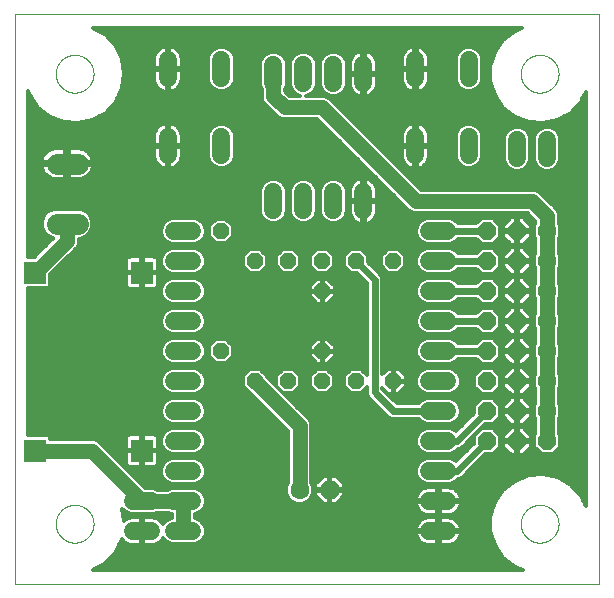
<source format=gbl>
G75*
%MOIN*%
%OFA0B0*%
%FSLAX25Y25*%
%IPPOS*%
%LPD*%
%AMOC8*
5,1,8,0,0,1.08239X$1,22.5*
%
%ADD10C,0.00000*%
%ADD11C,0.06000*%
%ADD12R,0.07600X0.07600*%
%ADD13C,0.07050*%
%ADD14OC8,0.05200*%
%ADD15OC8,0.06300*%
%ADD16C,0.06300*%
%ADD17OC8,0.06000*%
%ADD18C,0.01200*%
%ADD19C,0.05000*%
%ADD20C,0.02400*%
D10*
X0006600Y0001600D02*
X0006600Y0191561D01*
X0201551Y0191561D01*
X0201551Y0001600D01*
X0006600Y0001600D01*
X0020301Y0021600D02*
X0020303Y0021758D01*
X0020309Y0021916D01*
X0020319Y0022074D01*
X0020333Y0022232D01*
X0020351Y0022389D01*
X0020372Y0022546D01*
X0020398Y0022702D01*
X0020428Y0022858D01*
X0020461Y0023013D01*
X0020499Y0023166D01*
X0020540Y0023319D01*
X0020585Y0023471D01*
X0020634Y0023622D01*
X0020687Y0023771D01*
X0020743Y0023919D01*
X0020803Y0024065D01*
X0020867Y0024210D01*
X0020935Y0024353D01*
X0021006Y0024495D01*
X0021080Y0024635D01*
X0021158Y0024772D01*
X0021240Y0024908D01*
X0021324Y0025042D01*
X0021413Y0025173D01*
X0021504Y0025302D01*
X0021599Y0025429D01*
X0021696Y0025554D01*
X0021797Y0025676D01*
X0021901Y0025795D01*
X0022008Y0025912D01*
X0022118Y0026026D01*
X0022231Y0026137D01*
X0022346Y0026246D01*
X0022464Y0026351D01*
X0022585Y0026453D01*
X0022708Y0026553D01*
X0022834Y0026649D01*
X0022962Y0026742D01*
X0023092Y0026832D01*
X0023225Y0026918D01*
X0023360Y0027002D01*
X0023496Y0027081D01*
X0023635Y0027158D01*
X0023776Y0027230D01*
X0023918Y0027300D01*
X0024062Y0027365D01*
X0024208Y0027427D01*
X0024355Y0027485D01*
X0024504Y0027540D01*
X0024654Y0027591D01*
X0024805Y0027638D01*
X0024957Y0027681D01*
X0025110Y0027720D01*
X0025265Y0027756D01*
X0025420Y0027787D01*
X0025576Y0027815D01*
X0025732Y0027839D01*
X0025889Y0027859D01*
X0026047Y0027875D01*
X0026204Y0027887D01*
X0026363Y0027895D01*
X0026521Y0027899D01*
X0026679Y0027899D01*
X0026837Y0027895D01*
X0026996Y0027887D01*
X0027153Y0027875D01*
X0027311Y0027859D01*
X0027468Y0027839D01*
X0027624Y0027815D01*
X0027780Y0027787D01*
X0027935Y0027756D01*
X0028090Y0027720D01*
X0028243Y0027681D01*
X0028395Y0027638D01*
X0028546Y0027591D01*
X0028696Y0027540D01*
X0028845Y0027485D01*
X0028992Y0027427D01*
X0029138Y0027365D01*
X0029282Y0027300D01*
X0029424Y0027230D01*
X0029565Y0027158D01*
X0029704Y0027081D01*
X0029840Y0027002D01*
X0029975Y0026918D01*
X0030108Y0026832D01*
X0030238Y0026742D01*
X0030366Y0026649D01*
X0030492Y0026553D01*
X0030615Y0026453D01*
X0030736Y0026351D01*
X0030854Y0026246D01*
X0030969Y0026137D01*
X0031082Y0026026D01*
X0031192Y0025912D01*
X0031299Y0025795D01*
X0031403Y0025676D01*
X0031504Y0025554D01*
X0031601Y0025429D01*
X0031696Y0025302D01*
X0031787Y0025173D01*
X0031876Y0025042D01*
X0031960Y0024908D01*
X0032042Y0024772D01*
X0032120Y0024635D01*
X0032194Y0024495D01*
X0032265Y0024353D01*
X0032333Y0024210D01*
X0032397Y0024065D01*
X0032457Y0023919D01*
X0032513Y0023771D01*
X0032566Y0023622D01*
X0032615Y0023471D01*
X0032660Y0023319D01*
X0032701Y0023166D01*
X0032739Y0023013D01*
X0032772Y0022858D01*
X0032802Y0022702D01*
X0032828Y0022546D01*
X0032849Y0022389D01*
X0032867Y0022232D01*
X0032881Y0022074D01*
X0032891Y0021916D01*
X0032897Y0021758D01*
X0032899Y0021600D01*
X0032897Y0021442D01*
X0032891Y0021284D01*
X0032881Y0021126D01*
X0032867Y0020968D01*
X0032849Y0020811D01*
X0032828Y0020654D01*
X0032802Y0020498D01*
X0032772Y0020342D01*
X0032739Y0020187D01*
X0032701Y0020034D01*
X0032660Y0019881D01*
X0032615Y0019729D01*
X0032566Y0019578D01*
X0032513Y0019429D01*
X0032457Y0019281D01*
X0032397Y0019135D01*
X0032333Y0018990D01*
X0032265Y0018847D01*
X0032194Y0018705D01*
X0032120Y0018565D01*
X0032042Y0018428D01*
X0031960Y0018292D01*
X0031876Y0018158D01*
X0031787Y0018027D01*
X0031696Y0017898D01*
X0031601Y0017771D01*
X0031504Y0017646D01*
X0031403Y0017524D01*
X0031299Y0017405D01*
X0031192Y0017288D01*
X0031082Y0017174D01*
X0030969Y0017063D01*
X0030854Y0016954D01*
X0030736Y0016849D01*
X0030615Y0016747D01*
X0030492Y0016647D01*
X0030366Y0016551D01*
X0030238Y0016458D01*
X0030108Y0016368D01*
X0029975Y0016282D01*
X0029840Y0016198D01*
X0029704Y0016119D01*
X0029565Y0016042D01*
X0029424Y0015970D01*
X0029282Y0015900D01*
X0029138Y0015835D01*
X0028992Y0015773D01*
X0028845Y0015715D01*
X0028696Y0015660D01*
X0028546Y0015609D01*
X0028395Y0015562D01*
X0028243Y0015519D01*
X0028090Y0015480D01*
X0027935Y0015444D01*
X0027780Y0015413D01*
X0027624Y0015385D01*
X0027468Y0015361D01*
X0027311Y0015341D01*
X0027153Y0015325D01*
X0026996Y0015313D01*
X0026837Y0015305D01*
X0026679Y0015301D01*
X0026521Y0015301D01*
X0026363Y0015305D01*
X0026204Y0015313D01*
X0026047Y0015325D01*
X0025889Y0015341D01*
X0025732Y0015361D01*
X0025576Y0015385D01*
X0025420Y0015413D01*
X0025265Y0015444D01*
X0025110Y0015480D01*
X0024957Y0015519D01*
X0024805Y0015562D01*
X0024654Y0015609D01*
X0024504Y0015660D01*
X0024355Y0015715D01*
X0024208Y0015773D01*
X0024062Y0015835D01*
X0023918Y0015900D01*
X0023776Y0015970D01*
X0023635Y0016042D01*
X0023496Y0016119D01*
X0023360Y0016198D01*
X0023225Y0016282D01*
X0023092Y0016368D01*
X0022962Y0016458D01*
X0022834Y0016551D01*
X0022708Y0016647D01*
X0022585Y0016747D01*
X0022464Y0016849D01*
X0022346Y0016954D01*
X0022231Y0017063D01*
X0022118Y0017174D01*
X0022008Y0017288D01*
X0021901Y0017405D01*
X0021797Y0017524D01*
X0021696Y0017646D01*
X0021599Y0017771D01*
X0021504Y0017898D01*
X0021413Y0018027D01*
X0021324Y0018158D01*
X0021240Y0018292D01*
X0021158Y0018428D01*
X0021080Y0018565D01*
X0021006Y0018705D01*
X0020935Y0018847D01*
X0020867Y0018990D01*
X0020803Y0019135D01*
X0020743Y0019281D01*
X0020687Y0019429D01*
X0020634Y0019578D01*
X0020585Y0019729D01*
X0020540Y0019881D01*
X0020499Y0020034D01*
X0020461Y0020187D01*
X0020428Y0020342D01*
X0020398Y0020498D01*
X0020372Y0020654D01*
X0020351Y0020811D01*
X0020333Y0020968D01*
X0020319Y0021126D01*
X0020309Y0021284D01*
X0020303Y0021442D01*
X0020301Y0021600D01*
X0020301Y0171600D02*
X0020303Y0171758D01*
X0020309Y0171916D01*
X0020319Y0172074D01*
X0020333Y0172232D01*
X0020351Y0172389D01*
X0020372Y0172546D01*
X0020398Y0172702D01*
X0020428Y0172858D01*
X0020461Y0173013D01*
X0020499Y0173166D01*
X0020540Y0173319D01*
X0020585Y0173471D01*
X0020634Y0173622D01*
X0020687Y0173771D01*
X0020743Y0173919D01*
X0020803Y0174065D01*
X0020867Y0174210D01*
X0020935Y0174353D01*
X0021006Y0174495D01*
X0021080Y0174635D01*
X0021158Y0174772D01*
X0021240Y0174908D01*
X0021324Y0175042D01*
X0021413Y0175173D01*
X0021504Y0175302D01*
X0021599Y0175429D01*
X0021696Y0175554D01*
X0021797Y0175676D01*
X0021901Y0175795D01*
X0022008Y0175912D01*
X0022118Y0176026D01*
X0022231Y0176137D01*
X0022346Y0176246D01*
X0022464Y0176351D01*
X0022585Y0176453D01*
X0022708Y0176553D01*
X0022834Y0176649D01*
X0022962Y0176742D01*
X0023092Y0176832D01*
X0023225Y0176918D01*
X0023360Y0177002D01*
X0023496Y0177081D01*
X0023635Y0177158D01*
X0023776Y0177230D01*
X0023918Y0177300D01*
X0024062Y0177365D01*
X0024208Y0177427D01*
X0024355Y0177485D01*
X0024504Y0177540D01*
X0024654Y0177591D01*
X0024805Y0177638D01*
X0024957Y0177681D01*
X0025110Y0177720D01*
X0025265Y0177756D01*
X0025420Y0177787D01*
X0025576Y0177815D01*
X0025732Y0177839D01*
X0025889Y0177859D01*
X0026047Y0177875D01*
X0026204Y0177887D01*
X0026363Y0177895D01*
X0026521Y0177899D01*
X0026679Y0177899D01*
X0026837Y0177895D01*
X0026996Y0177887D01*
X0027153Y0177875D01*
X0027311Y0177859D01*
X0027468Y0177839D01*
X0027624Y0177815D01*
X0027780Y0177787D01*
X0027935Y0177756D01*
X0028090Y0177720D01*
X0028243Y0177681D01*
X0028395Y0177638D01*
X0028546Y0177591D01*
X0028696Y0177540D01*
X0028845Y0177485D01*
X0028992Y0177427D01*
X0029138Y0177365D01*
X0029282Y0177300D01*
X0029424Y0177230D01*
X0029565Y0177158D01*
X0029704Y0177081D01*
X0029840Y0177002D01*
X0029975Y0176918D01*
X0030108Y0176832D01*
X0030238Y0176742D01*
X0030366Y0176649D01*
X0030492Y0176553D01*
X0030615Y0176453D01*
X0030736Y0176351D01*
X0030854Y0176246D01*
X0030969Y0176137D01*
X0031082Y0176026D01*
X0031192Y0175912D01*
X0031299Y0175795D01*
X0031403Y0175676D01*
X0031504Y0175554D01*
X0031601Y0175429D01*
X0031696Y0175302D01*
X0031787Y0175173D01*
X0031876Y0175042D01*
X0031960Y0174908D01*
X0032042Y0174772D01*
X0032120Y0174635D01*
X0032194Y0174495D01*
X0032265Y0174353D01*
X0032333Y0174210D01*
X0032397Y0174065D01*
X0032457Y0173919D01*
X0032513Y0173771D01*
X0032566Y0173622D01*
X0032615Y0173471D01*
X0032660Y0173319D01*
X0032701Y0173166D01*
X0032739Y0173013D01*
X0032772Y0172858D01*
X0032802Y0172702D01*
X0032828Y0172546D01*
X0032849Y0172389D01*
X0032867Y0172232D01*
X0032881Y0172074D01*
X0032891Y0171916D01*
X0032897Y0171758D01*
X0032899Y0171600D01*
X0032897Y0171442D01*
X0032891Y0171284D01*
X0032881Y0171126D01*
X0032867Y0170968D01*
X0032849Y0170811D01*
X0032828Y0170654D01*
X0032802Y0170498D01*
X0032772Y0170342D01*
X0032739Y0170187D01*
X0032701Y0170034D01*
X0032660Y0169881D01*
X0032615Y0169729D01*
X0032566Y0169578D01*
X0032513Y0169429D01*
X0032457Y0169281D01*
X0032397Y0169135D01*
X0032333Y0168990D01*
X0032265Y0168847D01*
X0032194Y0168705D01*
X0032120Y0168565D01*
X0032042Y0168428D01*
X0031960Y0168292D01*
X0031876Y0168158D01*
X0031787Y0168027D01*
X0031696Y0167898D01*
X0031601Y0167771D01*
X0031504Y0167646D01*
X0031403Y0167524D01*
X0031299Y0167405D01*
X0031192Y0167288D01*
X0031082Y0167174D01*
X0030969Y0167063D01*
X0030854Y0166954D01*
X0030736Y0166849D01*
X0030615Y0166747D01*
X0030492Y0166647D01*
X0030366Y0166551D01*
X0030238Y0166458D01*
X0030108Y0166368D01*
X0029975Y0166282D01*
X0029840Y0166198D01*
X0029704Y0166119D01*
X0029565Y0166042D01*
X0029424Y0165970D01*
X0029282Y0165900D01*
X0029138Y0165835D01*
X0028992Y0165773D01*
X0028845Y0165715D01*
X0028696Y0165660D01*
X0028546Y0165609D01*
X0028395Y0165562D01*
X0028243Y0165519D01*
X0028090Y0165480D01*
X0027935Y0165444D01*
X0027780Y0165413D01*
X0027624Y0165385D01*
X0027468Y0165361D01*
X0027311Y0165341D01*
X0027153Y0165325D01*
X0026996Y0165313D01*
X0026837Y0165305D01*
X0026679Y0165301D01*
X0026521Y0165301D01*
X0026363Y0165305D01*
X0026204Y0165313D01*
X0026047Y0165325D01*
X0025889Y0165341D01*
X0025732Y0165361D01*
X0025576Y0165385D01*
X0025420Y0165413D01*
X0025265Y0165444D01*
X0025110Y0165480D01*
X0024957Y0165519D01*
X0024805Y0165562D01*
X0024654Y0165609D01*
X0024504Y0165660D01*
X0024355Y0165715D01*
X0024208Y0165773D01*
X0024062Y0165835D01*
X0023918Y0165900D01*
X0023776Y0165970D01*
X0023635Y0166042D01*
X0023496Y0166119D01*
X0023360Y0166198D01*
X0023225Y0166282D01*
X0023092Y0166368D01*
X0022962Y0166458D01*
X0022834Y0166551D01*
X0022708Y0166647D01*
X0022585Y0166747D01*
X0022464Y0166849D01*
X0022346Y0166954D01*
X0022231Y0167063D01*
X0022118Y0167174D01*
X0022008Y0167288D01*
X0021901Y0167405D01*
X0021797Y0167524D01*
X0021696Y0167646D01*
X0021599Y0167771D01*
X0021504Y0167898D01*
X0021413Y0168027D01*
X0021324Y0168158D01*
X0021240Y0168292D01*
X0021158Y0168428D01*
X0021080Y0168565D01*
X0021006Y0168705D01*
X0020935Y0168847D01*
X0020867Y0168990D01*
X0020803Y0169135D01*
X0020743Y0169281D01*
X0020687Y0169429D01*
X0020634Y0169578D01*
X0020585Y0169729D01*
X0020540Y0169881D01*
X0020499Y0170034D01*
X0020461Y0170187D01*
X0020428Y0170342D01*
X0020398Y0170498D01*
X0020372Y0170654D01*
X0020351Y0170811D01*
X0020333Y0170968D01*
X0020319Y0171126D01*
X0020309Y0171284D01*
X0020303Y0171442D01*
X0020301Y0171600D01*
X0175301Y0171600D02*
X0175303Y0171758D01*
X0175309Y0171916D01*
X0175319Y0172074D01*
X0175333Y0172232D01*
X0175351Y0172389D01*
X0175372Y0172546D01*
X0175398Y0172702D01*
X0175428Y0172858D01*
X0175461Y0173013D01*
X0175499Y0173166D01*
X0175540Y0173319D01*
X0175585Y0173471D01*
X0175634Y0173622D01*
X0175687Y0173771D01*
X0175743Y0173919D01*
X0175803Y0174065D01*
X0175867Y0174210D01*
X0175935Y0174353D01*
X0176006Y0174495D01*
X0176080Y0174635D01*
X0176158Y0174772D01*
X0176240Y0174908D01*
X0176324Y0175042D01*
X0176413Y0175173D01*
X0176504Y0175302D01*
X0176599Y0175429D01*
X0176696Y0175554D01*
X0176797Y0175676D01*
X0176901Y0175795D01*
X0177008Y0175912D01*
X0177118Y0176026D01*
X0177231Y0176137D01*
X0177346Y0176246D01*
X0177464Y0176351D01*
X0177585Y0176453D01*
X0177708Y0176553D01*
X0177834Y0176649D01*
X0177962Y0176742D01*
X0178092Y0176832D01*
X0178225Y0176918D01*
X0178360Y0177002D01*
X0178496Y0177081D01*
X0178635Y0177158D01*
X0178776Y0177230D01*
X0178918Y0177300D01*
X0179062Y0177365D01*
X0179208Y0177427D01*
X0179355Y0177485D01*
X0179504Y0177540D01*
X0179654Y0177591D01*
X0179805Y0177638D01*
X0179957Y0177681D01*
X0180110Y0177720D01*
X0180265Y0177756D01*
X0180420Y0177787D01*
X0180576Y0177815D01*
X0180732Y0177839D01*
X0180889Y0177859D01*
X0181047Y0177875D01*
X0181204Y0177887D01*
X0181363Y0177895D01*
X0181521Y0177899D01*
X0181679Y0177899D01*
X0181837Y0177895D01*
X0181996Y0177887D01*
X0182153Y0177875D01*
X0182311Y0177859D01*
X0182468Y0177839D01*
X0182624Y0177815D01*
X0182780Y0177787D01*
X0182935Y0177756D01*
X0183090Y0177720D01*
X0183243Y0177681D01*
X0183395Y0177638D01*
X0183546Y0177591D01*
X0183696Y0177540D01*
X0183845Y0177485D01*
X0183992Y0177427D01*
X0184138Y0177365D01*
X0184282Y0177300D01*
X0184424Y0177230D01*
X0184565Y0177158D01*
X0184704Y0177081D01*
X0184840Y0177002D01*
X0184975Y0176918D01*
X0185108Y0176832D01*
X0185238Y0176742D01*
X0185366Y0176649D01*
X0185492Y0176553D01*
X0185615Y0176453D01*
X0185736Y0176351D01*
X0185854Y0176246D01*
X0185969Y0176137D01*
X0186082Y0176026D01*
X0186192Y0175912D01*
X0186299Y0175795D01*
X0186403Y0175676D01*
X0186504Y0175554D01*
X0186601Y0175429D01*
X0186696Y0175302D01*
X0186787Y0175173D01*
X0186876Y0175042D01*
X0186960Y0174908D01*
X0187042Y0174772D01*
X0187120Y0174635D01*
X0187194Y0174495D01*
X0187265Y0174353D01*
X0187333Y0174210D01*
X0187397Y0174065D01*
X0187457Y0173919D01*
X0187513Y0173771D01*
X0187566Y0173622D01*
X0187615Y0173471D01*
X0187660Y0173319D01*
X0187701Y0173166D01*
X0187739Y0173013D01*
X0187772Y0172858D01*
X0187802Y0172702D01*
X0187828Y0172546D01*
X0187849Y0172389D01*
X0187867Y0172232D01*
X0187881Y0172074D01*
X0187891Y0171916D01*
X0187897Y0171758D01*
X0187899Y0171600D01*
X0187897Y0171442D01*
X0187891Y0171284D01*
X0187881Y0171126D01*
X0187867Y0170968D01*
X0187849Y0170811D01*
X0187828Y0170654D01*
X0187802Y0170498D01*
X0187772Y0170342D01*
X0187739Y0170187D01*
X0187701Y0170034D01*
X0187660Y0169881D01*
X0187615Y0169729D01*
X0187566Y0169578D01*
X0187513Y0169429D01*
X0187457Y0169281D01*
X0187397Y0169135D01*
X0187333Y0168990D01*
X0187265Y0168847D01*
X0187194Y0168705D01*
X0187120Y0168565D01*
X0187042Y0168428D01*
X0186960Y0168292D01*
X0186876Y0168158D01*
X0186787Y0168027D01*
X0186696Y0167898D01*
X0186601Y0167771D01*
X0186504Y0167646D01*
X0186403Y0167524D01*
X0186299Y0167405D01*
X0186192Y0167288D01*
X0186082Y0167174D01*
X0185969Y0167063D01*
X0185854Y0166954D01*
X0185736Y0166849D01*
X0185615Y0166747D01*
X0185492Y0166647D01*
X0185366Y0166551D01*
X0185238Y0166458D01*
X0185108Y0166368D01*
X0184975Y0166282D01*
X0184840Y0166198D01*
X0184704Y0166119D01*
X0184565Y0166042D01*
X0184424Y0165970D01*
X0184282Y0165900D01*
X0184138Y0165835D01*
X0183992Y0165773D01*
X0183845Y0165715D01*
X0183696Y0165660D01*
X0183546Y0165609D01*
X0183395Y0165562D01*
X0183243Y0165519D01*
X0183090Y0165480D01*
X0182935Y0165444D01*
X0182780Y0165413D01*
X0182624Y0165385D01*
X0182468Y0165361D01*
X0182311Y0165341D01*
X0182153Y0165325D01*
X0181996Y0165313D01*
X0181837Y0165305D01*
X0181679Y0165301D01*
X0181521Y0165301D01*
X0181363Y0165305D01*
X0181204Y0165313D01*
X0181047Y0165325D01*
X0180889Y0165341D01*
X0180732Y0165361D01*
X0180576Y0165385D01*
X0180420Y0165413D01*
X0180265Y0165444D01*
X0180110Y0165480D01*
X0179957Y0165519D01*
X0179805Y0165562D01*
X0179654Y0165609D01*
X0179504Y0165660D01*
X0179355Y0165715D01*
X0179208Y0165773D01*
X0179062Y0165835D01*
X0178918Y0165900D01*
X0178776Y0165970D01*
X0178635Y0166042D01*
X0178496Y0166119D01*
X0178360Y0166198D01*
X0178225Y0166282D01*
X0178092Y0166368D01*
X0177962Y0166458D01*
X0177834Y0166551D01*
X0177708Y0166647D01*
X0177585Y0166747D01*
X0177464Y0166849D01*
X0177346Y0166954D01*
X0177231Y0167063D01*
X0177118Y0167174D01*
X0177008Y0167288D01*
X0176901Y0167405D01*
X0176797Y0167524D01*
X0176696Y0167646D01*
X0176599Y0167771D01*
X0176504Y0167898D01*
X0176413Y0168027D01*
X0176324Y0168158D01*
X0176240Y0168292D01*
X0176158Y0168428D01*
X0176080Y0168565D01*
X0176006Y0168705D01*
X0175935Y0168847D01*
X0175867Y0168990D01*
X0175803Y0169135D01*
X0175743Y0169281D01*
X0175687Y0169429D01*
X0175634Y0169578D01*
X0175585Y0169729D01*
X0175540Y0169881D01*
X0175499Y0170034D01*
X0175461Y0170187D01*
X0175428Y0170342D01*
X0175398Y0170498D01*
X0175372Y0170654D01*
X0175351Y0170811D01*
X0175333Y0170968D01*
X0175319Y0171126D01*
X0175309Y0171284D01*
X0175303Y0171442D01*
X0175301Y0171600D01*
X0175301Y0021600D02*
X0175303Y0021758D01*
X0175309Y0021916D01*
X0175319Y0022074D01*
X0175333Y0022232D01*
X0175351Y0022389D01*
X0175372Y0022546D01*
X0175398Y0022702D01*
X0175428Y0022858D01*
X0175461Y0023013D01*
X0175499Y0023166D01*
X0175540Y0023319D01*
X0175585Y0023471D01*
X0175634Y0023622D01*
X0175687Y0023771D01*
X0175743Y0023919D01*
X0175803Y0024065D01*
X0175867Y0024210D01*
X0175935Y0024353D01*
X0176006Y0024495D01*
X0176080Y0024635D01*
X0176158Y0024772D01*
X0176240Y0024908D01*
X0176324Y0025042D01*
X0176413Y0025173D01*
X0176504Y0025302D01*
X0176599Y0025429D01*
X0176696Y0025554D01*
X0176797Y0025676D01*
X0176901Y0025795D01*
X0177008Y0025912D01*
X0177118Y0026026D01*
X0177231Y0026137D01*
X0177346Y0026246D01*
X0177464Y0026351D01*
X0177585Y0026453D01*
X0177708Y0026553D01*
X0177834Y0026649D01*
X0177962Y0026742D01*
X0178092Y0026832D01*
X0178225Y0026918D01*
X0178360Y0027002D01*
X0178496Y0027081D01*
X0178635Y0027158D01*
X0178776Y0027230D01*
X0178918Y0027300D01*
X0179062Y0027365D01*
X0179208Y0027427D01*
X0179355Y0027485D01*
X0179504Y0027540D01*
X0179654Y0027591D01*
X0179805Y0027638D01*
X0179957Y0027681D01*
X0180110Y0027720D01*
X0180265Y0027756D01*
X0180420Y0027787D01*
X0180576Y0027815D01*
X0180732Y0027839D01*
X0180889Y0027859D01*
X0181047Y0027875D01*
X0181204Y0027887D01*
X0181363Y0027895D01*
X0181521Y0027899D01*
X0181679Y0027899D01*
X0181837Y0027895D01*
X0181996Y0027887D01*
X0182153Y0027875D01*
X0182311Y0027859D01*
X0182468Y0027839D01*
X0182624Y0027815D01*
X0182780Y0027787D01*
X0182935Y0027756D01*
X0183090Y0027720D01*
X0183243Y0027681D01*
X0183395Y0027638D01*
X0183546Y0027591D01*
X0183696Y0027540D01*
X0183845Y0027485D01*
X0183992Y0027427D01*
X0184138Y0027365D01*
X0184282Y0027300D01*
X0184424Y0027230D01*
X0184565Y0027158D01*
X0184704Y0027081D01*
X0184840Y0027002D01*
X0184975Y0026918D01*
X0185108Y0026832D01*
X0185238Y0026742D01*
X0185366Y0026649D01*
X0185492Y0026553D01*
X0185615Y0026453D01*
X0185736Y0026351D01*
X0185854Y0026246D01*
X0185969Y0026137D01*
X0186082Y0026026D01*
X0186192Y0025912D01*
X0186299Y0025795D01*
X0186403Y0025676D01*
X0186504Y0025554D01*
X0186601Y0025429D01*
X0186696Y0025302D01*
X0186787Y0025173D01*
X0186876Y0025042D01*
X0186960Y0024908D01*
X0187042Y0024772D01*
X0187120Y0024635D01*
X0187194Y0024495D01*
X0187265Y0024353D01*
X0187333Y0024210D01*
X0187397Y0024065D01*
X0187457Y0023919D01*
X0187513Y0023771D01*
X0187566Y0023622D01*
X0187615Y0023471D01*
X0187660Y0023319D01*
X0187701Y0023166D01*
X0187739Y0023013D01*
X0187772Y0022858D01*
X0187802Y0022702D01*
X0187828Y0022546D01*
X0187849Y0022389D01*
X0187867Y0022232D01*
X0187881Y0022074D01*
X0187891Y0021916D01*
X0187897Y0021758D01*
X0187899Y0021600D01*
X0187897Y0021442D01*
X0187891Y0021284D01*
X0187881Y0021126D01*
X0187867Y0020968D01*
X0187849Y0020811D01*
X0187828Y0020654D01*
X0187802Y0020498D01*
X0187772Y0020342D01*
X0187739Y0020187D01*
X0187701Y0020034D01*
X0187660Y0019881D01*
X0187615Y0019729D01*
X0187566Y0019578D01*
X0187513Y0019429D01*
X0187457Y0019281D01*
X0187397Y0019135D01*
X0187333Y0018990D01*
X0187265Y0018847D01*
X0187194Y0018705D01*
X0187120Y0018565D01*
X0187042Y0018428D01*
X0186960Y0018292D01*
X0186876Y0018158D01*
X0186787Y0018027D01*
X0186696Y0017898D01*
X0186601Y0017771D01*
X0186504Y0017646D01*
X0186403Y0017524D01*
X0186299Y0017405D01*
X0186192Y0017288D01*
X0186082Y0017174D01*
X0185969Y0017063D01*
X0185854Y0016954D01*
X0185736Y0016849D01*
X0185615Y0016747D01*
X0185492Y0016647D01*
X0185366Y0016551D01*
X0185238Y0016458D01*
X0185108Y0016368D01*
X0184975Y0016282D01*
X0184840Y0016198D01*
X0184704Y0016119D01*
X0184565Y0016042D01*
X0184424Y0015970D01*
X0184282Y0015900D01*
X0184138Y0015835D01*
X0183992Y0015773D01*
X0183845Y0015715D01*
X0183696Y0015660D01*
X0183546Y0015609D01*
X0183395Y0015562D01*
X0183243Y0015519D01*
X0183090Y0015480D01*
X0182935Y0015444D01*
X0182780Y0015413D01*
X0182624Y0015385D01*
X0182468Y0015361D01*
X0182311Y0015341D01*
X0182153Y0015325D01*
X0181996Y0015313D01*
X0181837Y0015305D01*
X0181679Y0015301D01*
X0181521Y0015301D01*
X0181363Y0015305D01*
X0181204Y0015313D01*
X0181047Y0015325D01*
X0180889Y0015341D01*
X0180732Y0015361D01*
X0180576Y0015385D01*
X0180420Y0015413D01*
X0180265Y0015444D01*
X0180110Y0015480D01*
X0179957Y0015519D01*
X0179805Y0015562D01*
X0179654Y0015609D01*
X0179504Y0015660D01*
X0179355Y0015715D01*
X0179208Y0015773D01*
X0179062Y0015835D01*
X0178918Y0015900D01*
X0178776Y0015970D01*
X0178635Y0016042D01*
X0178496Y0016119D01*
X0178360Y0016198D01*
X0178225Y0016282D01*
X0178092Y0016368D01*
X0177962Y0016458D01*
X0177834Y0016551D01*
X0177708Y0016647D01*
X0177585Y0016747D01*
X0177464Y0016849D01*
X0177346Y0016954D01*
X0177231Y0017063D01*
X0177118Y0017174D01*
X0177008Y0017288D01*
X0176901Y0017405D01*
X0176797Y0017524D01*
X0176696Y0017646D01*
X0176599Y0017771D01*
X0176504Y0017898D01*
X0176413Y0018027D01*
X0176324Y0018158D01*
X0176240Y0018292D01*
X0176158Y0018428D01*
X0176080Y0018565D01*
X0176006Y0018705D01*
X0175935Y0018847D01*
X0175867Y0018990D01*
X0175803Y0019135D01*
X0175743Y0019281D01*
X0175687Y0019429D01*
X0175634Y0019578D01*
X0175585Y0019729D01*
X0175540Y0019881D01*
X0175499Y0020034D01*
X0175461Y0020187D01*
X0175428Y0020342D01*
X0175398Y0020498D01*
X0175372Y0020654D01*
X0175351Y0020811D01*
X0175333Y0020968D01*
X0175319Y0021126D01*
X0175309Y0021284D01*
X0175303Y0021442D01*
X0175301Y0021600D01*
D11*
X0150850Y0019100D02*
X0144850Y0019100D01*
X0144850Y0029100D02*
X0150850Y0029100D01*
X0150850Y0039100D02*
X0144850Y0039100D01*
X0144850Y0049100D02*
X0150850Y0049100D01*
X0150850Y0059100D02*
X0144850Y0059100D01*
X0144850Y0069100D02*
X0150850Y0069100D01*
X0150850Y0079100D02*
X0144850Y0079100D01*
X0144850Y0089100D02*
X0150850Y0089100D01*
X0150850Y0099100D02*
X0144850Y0099100D01*
X0144850Y0109100D02*
X0150850Y0109100D01*
X0150850Y0119100D02*
X0144850Y0119100D01*
X0122850Y0126100D02*
X0122850Y0132100D01*
X0112850Y0132100D02*
X0112850Y0126100D01*
X0102850Y0126100D02*
X0102850Y0132100D01*
X0092850Y0132100D02*
X0092850Y0126100D01*
X0075500Y0144550D02*
X0075500Y0150550D01*
X0057700Y0150550D02*
X0057700Y0144550D01*
X0059850Y0119100D02*
X0065850Y0119100D01*
X0065850Y0109100D02*
X0059850Y0109100D01*
X0059850Y0099100D02*
X0065850Y0099100D01*
X0065850Y0089100D02*
X0059850Y0089100D01*
X0059850Y0079100D02*
X0065850Y0079100D01*
X0065850Y0069100D02*
X0059850Y0069100D01*
X0059850Y0059100D02*
X0065850Y0059100D01*
X0065850Y0049100D02*
X0059850Y0049100D01*
X0059850Y0039100D02*
X0065850Y0039100D01*
X0065850Y0029100D02*
X0059850Y0029100D01*
X0052100Y0029100D02*
X0046100Y0029100D01*
X0046100Y0019100D02*
X0052100Y0019100D01*
X0059850Y0019100D02*
X0065850Y0019100D01*
X0140200Y0144550D02*
X0140200Y0150550D01*
X0158000Y0150550D02*
X0158000Y0144550D01*
X0174100Y0143600D02*
X0174100Y0149600D01*
X0184100Y0149600D02*
X0184100Y0143600D01*
X0158000Y0170150D02*
X0158000Y0176150D01*
X0140200Y0176150D02*
X0140200Y0170150D01*
X0122850Y0168600D02*
X0122850Y0174600D01*
X0112850Y0174600D02*
X0112850Y0168600D01*
X0102850Y0168600D02*
X0102850Y0174600D01*
X0092850Y0174600D02*
X0092850Y0168600D01*
X0075500Y0170150D02*
X0075500Y0176150D01*
X0057700Y0176150D02*
X0057700Y0170150D01*
D12*
X0049050Y0105300D03*
X0013343Y0105300D03*
X0013343Y0045971D03*
X0049050Y0045971D03*
D13*
X0027625Y0121600D02*
X0020575Y0121600D01*
X0020575Y0141600D02*
X0027625Y0141600D01*
D14*
X0075350Y0119100D03*
X0086600Y0109100D03*
X0097850Y0109100D03*
X0109100Y0109100D03*
X0109100Y0099100D03*
X0120350Y0109100D03*
X0132850Y0109100D03*
X0109100Y0079100D03*
X0109100Y0069100D03*
X0097850Y0069100D03*
X0086600Y0069100D03*
X0075350Y0079100D03*
X0120350Y0069100D03*
X0132850Y0069100D03*
D15*
X0111600Y0032850D03*
D16*
X0101600Y0032850D03*
D17*
X0164100Y0049100D03*
X0164100Y0059100D03*
X0164100Y0069100D03*
X0164100Y0079100D03*
X0174100Y0079100D03*
X0174100Y0079100D03*
X0174100Y0069100D03*
X0174100Y0069100D03*
X0174100Y0059100D03*
X0174100Y0059100D03*
X0174100Y0049100D03*
X0174100Y0049100D03*
X0184100Y0049100D03*
X0184100Y0059100D03*
X0184100Y0069100D03*
X0184100Y0079100D03*
X0184100Y0089100D03*
X0184100Y0099100D03*
X0184100Y0109100D03*
X0184100Y0119100D03*
X0174100Y0119100D03*
X0174100Y0119100D03*
X0174100Y0109100D03*
X0174100Y0109100D03*
X0174100Y0099100D03*
X0174100Y0099100D03*
X0174100Y0089100D03*
X0174100Y0089100D03*
X0164100Y0089100D03*
X0164100Y0099100D03*
X0164100Y0109100D03*
X0164100Y0119100D03*
D18*
X0168500Y0119054D02*
X0173700Y0119054D01*
X0173700Y0118700D02*
X0169500Y0118700D01*
X0169500Y0117195D01*
X0172195Y0114500D01*
X0173700Y0114500D01*
X0173700Y0118700D01*
X0173700Y0119500D01*
X0173700Y0123700D01*
X0172195Y0123700D01*
X0169500Y0121005D01*
X0169500Y0119500D01*
X0173700Y0119500D01*
X0174500Y0119500D01*
X0174500Y0123700D01*
X0176005Y0123700D01*
X0178700Y0121005D01*
X0178700Y0119500D01*
X0174500Y0119500D01*
X0174500Y0118700D01*
X0178700Y0118700D01*
X0178700Y0117195D01*
X0176005Y0114500D01*
X0174500Y0114500D01*
X0174500Y0118700D01*
X0173700Y0118700D01*
X0173700Y0117856D02*
X0174500Y0117856D01*
X0174500Y0119054D02*
X0179700Y0119054D01*
X0179700Y0117856D02*
X0178700Y0117856D01*
X0179700Y0117277D02*
X0180200Y0116777D01*
X0180200Y0111423D01*
X0179700Y0110923D01*
X0179700Y0107277D01*
X0180200Y0106777D01*
X0180200Y0101423D01*
X0179700Y0100923D01*
X0179700Y0097277D01*
X0180200Y0096777D01*
X0180200Y0091423D01*
X0179700Y0090923D01*
X0179700Y0087277D01*
X0180200Y0086777D01*
X0180200Y0081423D01*
X0179700Y0080923D01*
X0179700Y0077277D01*
X0180200Y0076777D01*
X0180200Y0071423D01*
X0179700Y0070923D01*
X0179700Y0067277D01*
X0180200Y0066777D01*
X0180200Y0061423D01*
X0179700Y0060923D01*
X0179700Y0057277D01*
X0180200Y0056777D01*
X0180200Y0051423D01*
X0179700Y0050923D01*
X0179700Y0047277D01*
X0182277Y0044700D01*
X0185923Y0044700D01*
X0188500Y0047277D01*
X0188500Y0050923D01*
X0188000Y0051423D01*
X0188000Y0056777D01*
X0188500Y0057277D01*
X0188500Y0060923D01*
X0188000Y0061423D01*
X0188000Y0066777D01*
X0188500Y0067277D01*
X0188500Y0070923D01*
X0188000Y0071423D01*
X0188000Y0076777D01*
X0188500Y0077277D01*
X0188500Y0080923D01*
X0188000Y0081423D01*
X0188000Y0086777D01*
X0188500Y0087277D01*
X0188500Y0090923D01*
X0188000Y0091423D01*
X0188000Y0096777D01*
X0188500Y0097277D01*
X0188500Y0100923D01*
X0188000Y0101423D01*
X0188000Y0106777D01*
X0188500Y0107277D01*
X0188500Y0110923D01*
X0188000Y0111423D01*
X0188000Y0116777D01*
X0188500Y0117277D01*
X0188500Y0120923D01*
X0188000Y0121423D01*
X0188000Y0124876D01*
X0187406Y0126309D01*
X0186309Y0127406D01*
X0182406Y0131309D01*
X0181309Y0132406D01*
X0179876Y0133000D01*
X0141965Y0133000D01*
X0112406Y0162559D01*
X0111309Y0163656D01*
X0109876Y0164250D01*
X0103846Y0164250D01*
X0105342Y0164870D01*
X0106580Y0166108D01*
X0107250Y0167725D01*
X0107250Y0175475D01*
X0106580Y0177092D01*
X0105342Y0178330D01*
X0103725Y0179000D01*
X0101975Y0179000D01*
X0100358Y0178330D01*
X0099120Y0177092D01*
X0098450Y0175475D01*
X0098450Y0167725D01*
X0099120Y0166108D01*
X0100358Y0164870D01*
X0101854Y0164250D01*
X0098215Y0164250D01*
X0096750Y0165715D01*
X0096750Y0166518D01*
X0097250Y0167725D01*
X0097250Y0175475D01*
X0096580Y0177092D01*
X0095342Y0178330D01*
X0093725Y0179000D01*
X0091975Y0179000D01*
X0090358Y0178330D01*
X0089120Y0177092D01*
X0088450Y0175475D01*
X0088450Y0167725D01*
X0088950Y0166518D01*
X0088950Y0163324D01*
X0089544Y0161891D01*
X0090641Y0160794D01*
X0094391Y0157044D01*
X0095824Y0156450D01*
X0107485Y0156450D01*
X0138141Y0125794D01*
X0139574Y0125200D01*
X0177485Y0125200D01*
X0180200Y0122485D01*
X0180200Y0121423D01*
X0179700Y0120923D01*
X0179700Y0117277D01*
X0180200Y0116657D02*
X0178162Y0116657D01*
X0176964Y0115459D02*
X0180200Y0115459D01*
X0180200Y0114260D02*
X0027686Y0114260D01*
X0027694Y0114278D02*
X0027990Y0114969D01*
X0027990Y0114994D01*
X0028000Y0115017D01*
X0028000Y0115769D01*
X0028009Y0116520D01*
X0028000Y0116543D01*
X0028000Y0116675D01*
X0028605Y0116675D01*
X0030415Y0117425D01*
X0031800Y0118810D01*
X0032550Y0120620D01*
X0032550Y0122580D01*
X0031800Y0124390D01*
X0030415Y0125775D01*
X0028605Y0126525D01*
X0019595Y0126525D01*
X0017785Y0125775D01*
X0016400Y0124390D01*
X0015650Y0122580D01*
X0015650Y0120620D01*
X0016400Y0118810D01*
X0017785Y0117425D01*
X0019472Y0116726D01*
X0013089Y0110500D01*
X0011200Y0110500D01*
X0011200Y0165837D01*
X0011644Y0164398D01*
X0011644Y0164398D01*
X0014431Y0160309D01*
X0014431Y0160309D01*
X0014431Y0160309D01*
X0018300Y0157224D01*
X0022906Y0155416D01*
X0022906Y0155416D01*
X0027841Y0155046D01*
X0032665Y0156147D01*
X0036950Y0158622D01*
X0040316Y0162249D01*
X0042463Y0166707D01*
X0043200Y0171600D01*
X0042463Y0176493D01*
X0040316Y0180951D01*
X0040316Y0180951D01*
X0036950Y0184578D01*
X0032824Y0186961D01*
X0175809Y0186961D01*
X0173300Y0185976D01*
X0169431Y0182891D01*
X0166644Y0178802D01*
X0165185Y0174074D01*
X0165185Y0169126D01*
X0166644Y0164398D01*
X0166644Y0164398D01*
X0169431Y0160309D01*
X0169431Y0160309D01*
X0169431Y0160309D01*
X0173300Y0157224D01*
X0177906Y0155416D01*
X0177906Y0155416D01*
X0182841Y0155046D01*
X0187665Y0156147D01*
X0191950Y0158622D01*
X0195316Y0162249D01*
X0196951Y0165645D01*
X0196951Y0027555D01*
X0195316Y0030951D01*
X0195316Y0030951D01*
X0191950Y0034578D01*
X0187665Y0037052D01*
X0187665Y0037052D01*
X0182841Y0038154D01*
X0182841Y0038154D01*
X0177906Y0037784D01*
X0173300Y0035976D01*
X0169431Y0032891D01*
X0166644Y0028802D01*
X0165185Y0024074D01*
X0165185Y0019126D01*
X0166644Y0014398D01*
X0166644Y0014398D01*
X0169431Y0010309D01*
X0169431Y0010309D01*
X0169431Y0010309D01*
X0173300Y0007224D01*
X0175909Y0006200D01*
X0032756Y0006200D01*
X0036950Y0008622D01*
X0040316Y0012249D01*
X0042339Y0016451D01*
X0042591Y0016103D01*
X0043103Y0015591D01*
X0043689Y0015166D01*
X0044334Y0014837D01*
X0045023Y0014613D01*
X0045738Y0014500D01*
X0048700Y0014500D01*
X0048700Y0018700D01*
X0049500Y0018700D01*
X0049500Y0014500D01*
X0052462Y0014500D01*
X0053177Y0014613D01*
X0053866Y0014837D01*
X0054511Y0015166D01*
X0055097Y0015591D01*
X0055609Y0016103D01*
X0056034Y0016689D01*
X0056063Y0016745D01*
X0056120Y0016608D01*
X0057358Y0015370D01*
X0058975Y0014700D01*
X0066725Y0014700D01*
X0068342Y0015370D01*
X0069580Y0016608D01*
X0070250Y0018225D01*
X0070250Y0019975D01*
X0069580Y0021592D01*
X0068342Y0022830D01*
X0066750Y0023490D01*
X0066750Y0024710D01*
X0068342Y0025370D01*
X0069580Y0026608D01*
X0070250Y0028225D01*
X0070250Y0029975D01*
X0069580Y0031592D01*
X0068342Y0032830D01*
X0066725Y0033500D01*
X0058975Y0033500D01*
X0057768Y0033000D01*
X0054182Y0033000D01*
X0052975Y0033500D01*
X0050215Y0033500D01*
X0034438Y0049277D01*
X0033005Y0049871D01*
X0018543Y0049871D01*
X0018543Y0050351D01*
X0017723Y0051171D01*
X0011200Y0051171D01*
X0011200Y0100100D01*
X0017723Y0100100D01*
X0018543Y0100920D01*
X0018543Y0104924D01*
X0026286Y0112477D01*
X0026309Y0112487D01*
X0026841Y0113018D01*
X0027379Y0113543D01*
X0027388Y0113566D01*
X0027406Y0113584D01*
X0027694Y0114278D01*
X0028000Y0115459D02*
X0057269Y0115459D01*
X0057358Y0115370D02*
X0058975Y0114700D01*
X0066725Y0114700D01*
X0068342Y0115370D01*
X0069580Y0116608D01*
X0070250Y0118225D01*
X0070250Y0119975D01*
X0069580Y0121592D01*
X0068342Y0122830D01*
X0066725Y0123500D01*
X0058975Y0123500D01*
X0057358Y0122830D01*
X0056120Y0121592D01*
X0055450Y0119975D01*
X0055450Y0118225D01*
X0056120Y0116608D01*
X0057358Y0115370D01*
X0056099Y0116657D02*
X0028000Y0116657D01*
X0030846Y0117856D02*
X0055603Y0117856D01*
X0055450Y0119054D02*
X0031901Y0119054D01*
X0032398Y0120253D02*
X0055565Y0120253D01*
X0056061Y0121451D02*
X0032550Y0121451D01*
X0032521Y0122650D02*
X0057177Y0122650D01*
X0058975Y0113500D02*
X0057358Y0112830D01*
X0056120Y0111592D01*
X0055450Y0109975D01*
X0055450Y0108225D01*
X0056120Y0106608D01*
X0057358Y0105370D01*
X0058975Y0104700D01*
X0066725Y0104700D01*
X0068342Y0105370D01*
X0069580Y0106608D01*
X0070250Y0108225D01*
X0070250Y0109975D01*
X0069580Y0111592D01*
X0068342Y0112830D01*
X0066725Y0113500D01*
X0058975Y0113500D01*
X0057916Y0113062D02*
X0026885Y0113062D01*
X0025656Y0111863D02*
X0056391Y0111863D01*
X0055736Y0110665D02*
X0053193Y0110665D01*
X0053061Y0110700D02*
X0049237Y0110700D01*
X0049237Y0105487D01*
X0048863Y0105487D01*
X0048863Y0105113D01*
X0043650Y0105113D01*
X0043650Y0101289D01*
X0043759Y0100882D01*
X0043970Y0100518D01*
X0044268Y0100220D01*
X0044632Y0100009D01*
X0045039Y0099900D01*
X0048863Y0099900D01*
X0048863Y0105113D01*
X0049237Y0105113D01*
X0049237Y0099900D01*
X0053061Y0099900D01*
X0053468Y0100009D01*
X0053832Y0100220D01*
X0054130Y0100518D01*
X0054341Y0100882D01*
X0054450Y0101289D01*
X0054450Y0105113D01*
X0049237Y0105113D01*
X0049237Y0105487D01*
X0054450Y0105487D01*
X0054450Y0109311D01*
X0054341Y0109718D01*
X0054130Y0110082D01*
X0053832Y0110380D01*
X0053468Y0110591D01*
X0053061Y0110700D01*
X0054408Y0109466D02*
X0055450Y0109466D01*
X0055450Y0108268D02*
X0054450Y0108268D01*
X0054450Y0107069D02*
X0055929Y0107069D01*
X0056857Y0105870D02*
X0054450Y0105870D01*
X0054450Y0104672D02*
X0121101Y0104672D01*
X0120673Y0105100D02*
X0124000Y0101773D01*
X0124000Y0071107D01*
X0122007Y0073100D01*
X0118693Y0073100D01*
X0116350Y0070757D01*
X0116350Y0067443D01*
X0118693Y0065100D01*
X0122007Y0065100D01*
X0124000Y0067093D01*
X0124000Y0064833D01*
X0124396Y0063877D01*
X0130646Y0057627D01*
X0131377Y0056896D01*
X0132333Y0056500D01*
X0141227Y0056500D01*
X0142358Y0055370D01*
X0143975Y0054700D01*
X0151725Y0054700D01*
X0153342Y0055370D01*
X0154580Y0056608D01*
X0155250Y0058225D01*
X0155250Y0059975D01*
X0154580Y0061592D01*
X0153342Y0062830D01*
X0151725Y0063500D01*
X0143975Y0063500D01*
X0142358Y0062830D01*
X0141227Y0061700D01*
X0133927Y0061700D01*
X0129200Y0066427D01*
X0129200Y0066810D01*
X0131110Y0064900D01*
X0132650Y0064900D01*
X0132650Y0068900D01*
X0133050Y0068900D01*
X0133050Y0069300D01*
X0132650Y0069300D01*
X0132650Y0073300D01*
X0131110Y0073300D01*
X0129200Y0071390D01*
X0129200Y0103367D01*
X0128804Y0104323D01*
X0128073Y0105054D01*
X0124350Y0108777D01*
X0124350Y0110757D01*
X0122007Y0113100D01*
X0118693Y0113100D01*
X0116350Y0110757D01*
X0116350Y0107443D01*
X0118693Y0105100D01*
X0120673Y0105100D01*
X0122300Y0103473D02*
X0066789Y0103473D01*
X0066725Y0103500D02*
X0058975Y0103500D01*
X0057358Y0102830D01*
X0056120Y0101592D01*
X0055450Y0099975D01*
X0055450Y0098225D01*
X0056120Y0096608D01*
X0057358Y0095370D01*
X0058975Y0094700D01*
X0066725Y0094700D01*
X0068342Y0095370D01*
X0069580Y0096608D01*
X0070250Y0098225D01*
X0070250Y0099975D01*
X0069580Y0101592D01*
X0068342Y0102830D01*
X0066725Y0103500D01*
X0068898Y0102275D02*
X0106335Y0102275D01*
X0107360Y0103300D02*
X0104900Y0100840D01*
X0104900Y0099300D01*
X0108900Y0099300D01*
X0108900Y0103300D01*
X0107360Y0103300D01*
X0107443Y0105100D02*
X0110757Y0105100D01*
X0113100Y0107443D01*
X0113100Y0110757D01*
X0110757Y0113100D01*
X0107443Y0113100D01*
X0105100Y0110757D01*
X0105100Y0107443D01*
X0107443Y0105100D01*
X0106673Y0105870D02*
X0100277Y0105870D01*
X0099507Y0105100D02*
X0101850Y0107443D01*
X0101850Y0110757D01*
X0099507Y0113100D01*
X0096193Y0113100D01*
X0093850Y0110757D01*
X0093850Y0107443D01*
X0096193Y0105100D01*
X0099507Y0105100D01*
X0101476Y0107069D02*
X0105474Y0107069D01*
X0105100Y0108268D02*
X0101850Y0108268D01*
X0101850Y0109466D02*
X0105100Y0109466D01*
X0105100Y0110665D02*
X0101850Y0110665D01*
X0100744Y0111863D02*
X0106206Y0111863D01*
X0107405Y0113062D02*
X0099545Y0113062D01*
X0096155Y0113062D02*
X0088295Y0113062D01*
X0088257Y0113100D02*
X0084943Y0113100D01*
X0082600Y0110757D01*
X0082600Y0107443D01*
X0084943Y0105100D01*
X0088257Y0105100D01*
X0090600Y0107443D01*
X0090600Y0110757D01*
X0088257Y0113100D01*
X0089494Y0111863D02*
X0094956Y0111863D01*
X0093850Y0110665D02*
X0090600Y0110665D01*
X0090600Y0109466D02*
X0093850Y0109466D01*
X0093850Y0108268D02*
X0090600Y0108268D01*
X0090226Y0107069D02*
X0094224Y0107069D01*
X0095423Y0105870D02*
X0089027Y0105870D01*
X0084173Y0105870D02*
X0068843Y0105870D01*
X0069771Y0107069D02*
X0082974Y0107069D01*
X0082600Y0108268D02*
X0070250Y0108268D01*
X0070250Y0109466D02*
X0082600Y0109466D01*
X0082600Y0110665D02*
X0069964Y0110665D01*
X0069309Y0111863D02*
X0083706Y0111863D01*
X0084905Y0113062D02*
X0067784Y0113062D01*
X0068431Y0115459D02*
X0073335Y0115459D01*
X0073693Y0115100D02*
X0077007Y0115100D01*
X0079350Y0117443D01*
X0079350Y0120757D01*
X0077007Y0123100D01*
X0073693Y0123100D01*
X0071350Y0120757D01*
X0071350Y0117443D01*
X0073693Y0115100D01*
X0072136Y0116657D02*
X0069601Y0116657D01*
X0070097Y0117856D02*
X0071350Y0117856D01*
X0071350Y0119054D02*
X0070250Y0119054D01*
X0070135Y0120253D02*
X0071350Y0120253D01*
X0072044Y0121451D02*
X0069639Y0121451D01*
X0068523Y0122650D02*
X0073243Y0122650D01*
X0077457Y0122650D02*
X0090078Y0122650D01*
X0090358Y0122370D02*
X0091975Y0121700D01*
X0093725Y0121700D01*
X0095342Y0122370D01*
X0096580Y0123608D01*
X0097250Y0125225D01*
X0097250Y0132975D01*
X0096580Y0134592D01*
X0095342Y0135830D01*
X0093725Y0136500D01*
X0091975Y0136500D01*
X0090358Y0135830D01*
X0089120Y0134592D01*
X0088450Y0132975D01*
X0088450Y0125225D01*
X0089120Y0123608D01*
X0090358Y0122370D01*
X0089020Y0123848D02*
X0032025Y0123848D01*
X0031143Y0125047D02*
X0088524Y0125047D01*
X0088450Y0126245D02*
X0029280Y0126245D01*
X0028028Y0136475D02*
X0024675Y0136475D01*
X0024675Y0141025D01*
X0024675Y0142175D01*
X0023525Y0142175D01*
X0023525Y0146725D01*
X0020172Y0146725D01*
X0019375Y0146599D01*
X0018608Y0146350D01*
X0017889Y0145983D01*
X0017236Y0145509D01*
X0016666Y0144939D01*
X0016192Y0144286D01*
X0015825Y0143567D01*
X0015576Y0142800D01*
X0015477Y0142175D01*
X0023525Y0142175D01*
X0023525Y0141025D01*
X0024675Y0141025D01*
X0032723Y0141025D01*
X0032624Y0140400D01*
X0032375Y0139633D01*
X0032008Y0138914D01*
X0031534Y0138261D01*
X0030964Y0137691D01*
X0030311Y0137217D01*
X0029592Y0136850D01*
X0028825Y0136601D01*
X0028028Y0136475D01*
X0029948Y0137032D02*
X0126903Y0137032D01*
X0125704Y0138230D02*
X0031503Y0138230D01*
X0032271Y0139429D02*
X0124506Y0139429D01*
X0123307Y0140627D02*
X0077528Y0140627D01*
X0077992Y0140820D02*
X0079230Y0142058D01*
X0079900Y0143675D01*
X0079900Y0151425D01*
X0079230Y0153042D01*
X0077992Y0154280D01*
X0076375Y0154950D01*
X0074625Y0154950D01*
X0073008Y0154280D01*
X0071770Y0153042D01*
X0071100Y0151425D01*
X0071100Y0143675D01*
X0071770Y0142058D01*
X0073008Y0140820D01*
X0074625Y0140150D01*
X0076375Y0140150D01*
X0077992Y0140820D01*
X0078998Y0141826D02*
X0122109Y0141826D01*
X0120910Y0143024D02*
X0079631Y0143024D01*
X0079900Y0144223D02*
X0119712Y0144223D01*
X0118513Y0145421D02*
X0079900Y0145421D01*
X0079900Y0146620D02*
X0117315Y0146620D01*
X0116116Y0147818D02*
X0079900Y0147818D01*
X0079900Y0149017D02*
X0114918Y0149017D01*
X0113719Y0150215D02*
X0079900Y0150215D01*
X0079900Y0151414D02*
X0112521Y0151414D01*
X0111322Y0152612D02*
X0079408Y0152612D01*
X0078462Y0153811D02*
X0110124Y0153811D01*
X0108925Y0155009D02*
X0058861Y0155009D01*
X0058777Y0155037D02*
X0059466Y0154813D01*
X0060111Y0154484D01*
X0060697Y0154059D01*
X0061209Y0153547D01*
X0061634Y0152961D01*
X0061963Y0152316D01*
X0062187Y0151627D01*
X0062300Y0150912D01*
X0062300Y0147950D01*
X0058100Y0147950D01*
X0058100Y0147150D01*
X0062300Y0147150D01*
X0062300Y0144188D01*
X0062187Y0143473D01*
X0061963Y0142784D01*
X0061634Y0142139D01*
X0061209Y0141553D01*
X0060697Y0141041D01*
X0060111Y0140616D01*
X0059466Y0140287D01*
X0058777Y0140063D01*
X0058100Y0139956D01*
X0058100Y0147150D01*
X0057300Y0147150D01*
X0057300Y0139956D01*
X0056623Y0140063D01*
X0055934Y0140287D01*
X0055289Y0140616D01*
X0054703Y0141041D01*
X0054191Y0141553D01*
X0053766Y0142139D01*
X0053437Y0142784D01*
X0053213Y0143473D01*
X0053100Y0144188D01*
X0053100Y0147150D01*
X0057300Y0147150D01*
X0057300Y0147950D01*
X0057300Y0155144D01*
X0056623Y0155037D01*
X0055934Y0154813D01*
X0055289Y0154484D01*
X0054703Y0154059D01*
X0054191Y0153547D01*
X0053766Y0152961D01*
X0053437Y0152316D01*
X0053213Y0151627D01*
X0053100Y0150912D01*
X0053100Y0147950D01*
X0057300Y0147950D01*
X0058100Y0147950D01*
X0058100Y0155144D01*
X0058777Y0155037D01*
X0058100Y0155009D02*
X0057300Y0155009D01*
X0056539Y0155009D02*
X0011200Y0155009D01*
X0011200Y0153811D02*
X0054456Y0153811D01*
X0053588Y0152612D02*
X0011200Y0152612D01*
X0011200Y0151414D02*
X0053179Y0151414D01*
X0053100Y0150215D02*
X0011200Y0150215D01*
X0011200Y0149017D02*
X0053100Y0149017D01*
X0053100Y0146620D02*
X0028692Y0146620D01*
X0028825Y0146599D02*
X0028028Y0146725D01*
X0024675Y0146725D01*
X0024675Y0142175D01*
X0032723Y0142175D01*
X0032624Y0142800D01*
X0032375Y0143567D01*
X0032008Y0144286D01*
X0031534Y0144939D01*
X0030964Y0145509D01*
X0030311Y0145983D01*
X0029592Y0146350D01*
X0028825Y0146599D01*
X0031051Y0145421D02*
X0053100Y0145421D01*
X0053100Y0144223D02*
X0032041Y0144223D01*
X0032551Y0143024D02*
X0053359Y0143024D01*
X0053993Y0141826D02*
X0024675Y0141826D01*
X0023525Y0141826D02*
X0011200Y0141826D01*
X0011200Y0143024D02*
X0015649Y0143024D01*
X0016159Y0144223D02*
X0011200Y0144223D01*
X0011200Y0145421D02*
X0017149Y0145421D01*
X0019508Y0146620D02*
X0011200Y0146620D01*
X0011200Y0147818D02*
X0057300Y0147818D01*
X0058100Y0147818D02*
X0071100Y0147818D01*
X0071100Y0146620D02*
X0062300Y0146620D01*
X0062300Y0145421D02*
X0071100Y0145421D01*
X0071100Y0144223D02*
X0062300Y0144223D01*
X0062041Y0143024D02*
X0071369Y0143024D01*
X0072002Y0141826D02*
X0061407Y0141826D01*
X0060127Y0140627D02*
X0073472Y0140627D01*
X0071100Y0149017D02*
X0062300Y0149017D01*
X0062300Y0150215D02*
X0071100Y0150215D01*
X0071100Y0151414D02*
X0062221Y0151414D01*
X0061812Y0152612D02*
X0071592Y0152612D01*
X0072538Y0153811D02*
X0060944Y0153811D01*
X0058100Y0153811D02*
X0057300Y0153811D01*
X0057300Y0152612D02*
X0058100Y0152612D01*
X0058100Y0151414D02*
X0057300Y0151414D01*
X0057300Y0150215D02*
X0058100Y0150215D01*
X0058100Y0149017D02*
X0057300Y0149017D01*
X0057300Y0146620D02*
X0058100Y0146620D01*
X0058100Y0145421D02*
X0057300Y0145421D01*
X0057300Y0144223D02*
X0058100Y0144223D01*
X0058100Y0143024D02*
X0057300Y0143024D01*
X0057300Y0141826D02*
X0058100Y0141826D01*
X0058100Y0140627D02*
X0057300Y0140627D01*
X0055273Y0140627D02*
X0032660Y0140627D01*
X0024675Y0140627D02*
X0023525Y0140627D01*
X0023525Y0141025D02*
X0023525Y0136475D01*
X0020172Y0136475D01*
X0019375Y0136601D01*
X0018608Y0136850D01*
X0017889Y0137217D01*
X0017236Y0137691D01*
X0016666Y0138261D01*
X0016192Y0138914D01*
X0015825Y0139633D01*
X0015576Y0140400D01*
X0015477Y0141025D01*
X0023525Y0141025D01*
X0023525Y0139429D02*
X0024675Y0139429D01*
X0024675Y0138230D02*
X0023525Y0138230D01*
X0023525Y0137032D02*
X0024675Y0137032D01*
X0024675Y0143024D02*
X0023525Y0143024D01*
X0023525Y0144223D02*
X0024675Y0144223D01*
X0024675Y0145421D02*
X0023525Y0145421D01*
X0023525Y0146620D02*
X0024675Y0146620D01*
X0016697Y0138230D02*
X0011200Y0138230D01*
X0011200Y0137032D02*
X0018252Y0137032D01*
X0015929Y0139429D02*
X0011200Y0139429D01*
X0011200Y0140627D02*
X0015540Y0140627D01*
X0011200Y0135833D02*
X0090365Y0135833D01*
X0089162Y0134635D02*
X0011200Y0134635D01*
X0011200Y0133436D02*
X0088641Y0133436D01*
X0088450Y0132238D02*
X0011200Y0132238D01*
X0011200Y0131039D02*
X0088450Y0131039D01*
X0088450Y0129841D02*
X0011200Y0129841D01*
X0011200Y0128642D02*
X0088450Y0128642D01*
X0088450Y0127444D02*
X0011200Y0127444D01*
X0011200Y0126245D02*
X0018920Y0126245D01*
X0017057Y0125047D02*
X0011200Y0125047D01*
X0011200Y0123848D02*
X0016175Y0123848D01*
X0015679Y0122650D02*
X0011200Y0122650D01*
X0011200Y0121451D02*
X0015650Y0121451D01*
X0015802Y0120253D02*
X0011200Y0120253D01*
X0011200Y0119054D02*
X0016299Y0119054D01*
X0017354Y0117856D02*
X0011200Y0117856D01*
X0011200Y0116657D02*
X0019401Y0116657D01*
X0018172Y0115459D02*
X0011200Y0115459D01*
X0011200Y0114260D02*
X0016943Y0114260D01*
X0015715Y0113062D02*
X0011200Y0113062D01*
X0011200Y0111863D02*
X0014486Y0111863D01*
X0013257Y0110665D02*
X0011200Y0110665D01*
X0018543Y0104672D02*
X0043650Y0104672D01*
X0043650Y0105487D02*
X0048863Y0105487D01*
X0048863Y0110700D01*
X0045039Y0110700D01*
X0044632Y0110591D01*
X0044268Y0110380D01*
X0043970Y0110082D01*
X0043759Y0109718D01*
X0043650Y0109311D01*
X0043650Y0105487D01*
X0043650Y0105870D02*
X0019513Y0105870D01*
X0020742Y0107069D02*
X0043650Y0107069D01*
X0043650Y0108268D02*
X0021970Y0108268D01*
X0023199Y0109466D02*
X0043692Y0109466D01*
X0044907Y0110665D02*
X0024428Y0110665D01*
X0018543Y0103473D02*
X0043650Y0103473D01*
X0043650Y0102275D02*
X0018543Y0102275D01*
X0018543Y0101076D02*
X0043707Y0101076D01*
X0048863Y0101076D02*
X0049237Y0101076D01*
X0049237Y0102275D02*
X0048863Y0102275D01*
X0048863Y0103473D02*
X0049237Y0103473D01*
X0049237Y0104672D02*
X0048863Y0104672D01*
X0048863Y0105870D02*
X0049237Y0105870D01*
X0049237Y0107069D02*
X0048863Y0107069D01*
X0048863Y0108268D02*
X0049237Y0108268D01*
X0049237Y0109466D02*
X0048863Y0109466D01*
X0048863Y0110665D02*
X0049237Y0110665D01*
X0054450Y0103473D02*
X0058911Y0103473D01*
X0056802Y0102275D02*
X0054450Y0102275D01*
X0054393Y0101076D02*
X0055906Y0101076D01*
X0055450Y0099878D02*
X0011200Y0099878D01*
X0011200Y0098679D02*
X0055450Y0098679D01*
X0055758Y0097481D02*
X0011200Y0097481D01*
X0011200Y0096282D02*
X0056445Y0096282D01*
X0058048Y0095084D02*
X0011200Y0095084D01*
X0011200Y0093885D02*
X0124000Y0093885D01*
X0124000Y0092687D02*
X0068486Y0092687D01*
X0068342Y0092830D02*
X0066725Y0093500D01*
X0058975Y0093500D01*
X0057358Y0092830D01*
X0056120Y0091592D01*
X0055450Y0089975D01*
X0055450Y0088225D01*
X0056120Y0086608D01*
X0057358Y0085370D01*
X0058975Y0084700D01*
X0066725Y0084700D01*
X0068342Y0085370D01*
X0069580Y0086608D01*
X0070250Y0088225D01*
X0070250Y0089975D01*
X0069580Y0091592D01*
X0068342Y0092830D01*
X0069623Y0091488D02*
X0124000Y0091488D01*
X0124000Y0090290D02*
X0070120Y0090290D01*
X0070250Y0089091D02*
X0124000Y0089091D01*
X0124000Y0087893D02*
X0070112Y0087893D01*
X0069616Y0086694D02*
X0124000Y0086694D01*
X0124000Y0085496D02*
X0068468Y0085496D01*
X0067694Y0083099D02*
X0073692Y0083099D01*
X0073693Y0083100D02*
X0071350Y0080757D01*
X0071350Y0077443D01*
X0073693Y0075100D01*
X0077007Y0075100D01*
X0079350Y0077443D01*
X0079350Y0080757D01*
X0077007Y0083100D01*
X0073693Y0083100D01*
X0072493Y0081900D02*
X0069272Y0081900D01*
X0069580Y0081592D02*
X0068342Y0082830D01*
X0066725Y0083500D01*
X0058975Y0083500D01*
X0057358Y0082830D01*
X0056120Y0081592D01*
X0055450Y0079975D01*
X0055450Y0078225D01*
X0056120Y0076608D01*
X0057358Y0075370D01*
X0058975Y0074700D01*
X0066725Y0074700D01*
X0068342Y0075370D01*
X0069580Y0076608D01*
X0070250Y0078225D01*
X0070250Y0079975D01*
X0069580Y0081592D01*
X0069949Y0080702D02*
X0071350Y0080702D01*
X0071350Y0079503D02*
X0070250Y0079503D01*
X0070250Y0078305D02*
X0071350Y0078305D01*
X0071687Y0077106D02*
X0069787Y0077106D01*
X0068880Y0075908D02*
X0072885Y0075908D01*
X0068860Y0072312D02*
X0084155Y0072312D01*
X0084943Y0073100D02*
X0082600Y0070757D01*
X0082600Y0067443D01*
X0084943Y0065100D01*
X0085085Y0065100D01*
X0097700Y0052485D01*
X0097700Y0035324D01*
X0097050Y0033755D01*
X0097050Y0031945D01*
X0097743Y0030273D01*
X0099023Y0028993D01*
X0100695Y0028300D01*
X0102505Y0028300D01*
X0104177Y0028993D01*
X0105457Y0030273D01*
X0106150Y0031945D01*
X0106150Y0033755D01*
X0105500Y0035324D01*
X0105500Y0054876D01*
X0104906Y0056309D01*
X0090600Y0070615D01*
X0090600Y0070757D01*
X0088257Y0073100D01*
X0084943Y0073100D01*
X0082957Y0071114D02*
X0069778Y0071114D01*
X0069580Y0071592D02*
X0070250Y0069975D01*
X0070250Y0068225D01*
X0069580Y0066608D01*
X0068342Y0065370D01*
X0066725Y0064700D01*
X0058975Y0064700D01*
X0057358Y0065370D01*
X0056120Y0066608D01*
X0055450Y0068225D01*
X0055450Y0069975D01*
X0056120Y0071592D01*
X0057358Y0072830D01*
X0058975Y0073500D01*
X0066725Y0073500D01*
X0068342Y0072830D01*
X0069580Y0071592D01*
X0070250Y0069915D02*
X0082600Y0069915D01*
X0082600Y0068717D02*
X0070250Y0068717D01*
X0069957Y0067518D02*
X0082600Y0067518D01*
X0083724Y0066320D02*
X0069292Y0066320D01*
X0067742Y0065121D02*
X0084922Y0065121D01*
X0086262Y0063923D02*
X0011200Y0063923D01*
X0011200Y0065121D02*
X0057958Y0065121D01*
X0058975Y0063500D02*
X0057358Y0062830D01*
X0056120Y0061592D01*
X0055450Y0059975D01*
X0055450Y0058225D01*
X0056120Y0056608D01*
X0057358Y0055370D01*
X0058975Y0054700D01*
X0066725Y0054700D01*
X0068342Y0055370D01*
X0069580Y0056608D01*
X0070250Y0058225D01*
X0070250Y0059975D01*
X0069580Y0061592D01*
X0068342Y0062830D01*
X0066725Y0063500D01*
X0058975Y0063500D01*
X0057252Y0062724D02*
X0011200Y0062724D01*
X0011200Y0061526D02*
X0056092Y0061526D01*
X0055596Y0060327D02*
X0011200Y0060327D01*
X0011200Y0059129D02*
X0055450Y0059129D01*
X0055572Y0057930D02*
X0011200Y0057930D01*
X0011200Y0056732D02*
X0056069Y0056732D01*
X0057194Y0055533D02*
X0011200Y0055533D01*
X0011200Y0054334D02*
X0095850Y0054334D01*
X0097049Y0053136D02*
X0067604Y0053136D01*
X0068342Y0052830D02*
X0066725Y0053500D01*
X0058975Y0053500D01*
X0057358Y0052830D01*
X0056120Y0051592D01*
X0055450Y0049975D01*
X0055450Y0048225D01*
X0056120Y0046608D01*
X0057358Y0045370D01*
X0058975Y0044700D01*
X0066725Y0044700D01*
X0068342Y0045370D01*
X0069580Y0046608D01*
X0070250Y0048225D01*
X0070250Y0049975D01*
X0069580Y0051592D01*
X0068342Y0052830D01*
X0069235Y0051937D02*
X0097700Y0051937D01*
X0097700Y0050739D02*
X0069934Y0050739D01*
X0070250Y0049540D02*
X0097700Y0049540D01*
X0097700Y0048342D02*
X0070250Y0048342D01*
X0069802Y0047143D02*
X0097700Y0047143D01*
X0097700Y0045945D02*
X0068917Y0045945D01*
X0066837Y0044746D02*
X0097700Y0044746D01*
X0097700Y0043548D02*
X0054450Y0043548D01*
X0054450Y0044746D02*
X0058863Y0044746D01*
X0058975Y0043500D02*
X0057358Y0042830D01*
X0056120Y0041592D01*
X0055450Y0039975D01*
X0055450Y0038225D01*
X0056120Y0036608D01*
X0057358Y0035370D01*
X0058975Y0034700D01*
X0066725Y0034700D01*
X0068342Y0035370D01*
X0069580Y0036608D01*
X0070250Y0038225D01*
X0070250Y0039975D01*
X0069580Y0041592D01*
X0068342Y0042830D01*
X0066725Y0043500D01*
X0058975Y0043500D01*
X0056877Y0042349D02*
X0054450Y0042349D01*
X0054450Y0041960D02*
X0054450Y0045783D01*
X0049237Y0045783D01*
X0049237Y0040571D01*
X0053061Y0040571D01*
X0053468Y0040680D01*
X0053832Y0040891D01*
X0054130Y0041188D01*
X0054341Y0041553D01*
X0054450Y0041960D01*
X0054093Y0041151D02*
X0055937Y0041151D01*
X0055450Y0039952D02*
X0043763Y0039952D01*
X0044268Y0040891D02*
X0044632Y0040680D01*
X0045039Y0040571D01*
X0048863Y0040571D01*
X0048863Y0045783D01*
X0049237Y0045783D01*
X0049237Y0046158D01*
X0048863Y0046158D01*
X0048863Y0051371D01*
X0045039Y0051371D01*
X0044632Y0051262D01*
X0044268Y0051051D01*
X0043970Y0050753D01*
X0043759Y0050388D01*
X0043650Y0049982D01*
X0043650Y0046158D01*
X0048863Y0046158D01*
X0048863Y0045783D01*
X0043650Y0045783D01*
X0043650Y0041960D01*
X0043759Y0041553D01*
X0043970Y0041188D01*
X0044268Y0040891D01*
X0044007Y0041151D02*
X0042565Y0041151D01*
X0043650Y0042349D02*
X0041366Y0042349D01*
X0040168Y0043548D02*
X0043650Y0043548D01*
X0043650Y0044746D02*
X0038969Y0044746D01*
X0037770Y0045945D02*
X0048863Y0045945D01*
X0049237Y0045945D02*
X0056783Y0045945D01*
X0055898Y0047143D02*
X0054450Y0047143D01*
X0054450Y0046158D02*
X0054450Y0049982D01*
X0054341Y0050388D01*
X0054130Y0050753D01*
X0053832Y0051051D01*
X0053468Y0051262D01*
X0053061Y0051371D01*
X0049237Y0051371D01*
X0049237Y0046158D01*
X0054450Y0046158D01*
X0054450Y0048342D02*
X0055450Y0048342D01*
X0055450Y0049540D02*
X0054450Y0049540D01*
X0054139Y0050739D02*
X0055766Y0050739D01*
X0056465Y0051937D02*
X0011200Y0051937D01*
X0011200Y0053136D02*
X0058096Y0053136D01*
X0049237Y0050739D02*
X0048863Y0050739D01*
X0048863Y0049540D02*
X0049237Y0049540D01*
X0049237Y0048342D02*
X0048863Y0048342D01*
X0048863Y0047143D02*
X0049237Y0047143D01*
X0049237Y0044746D02*
X0048863Y0044746D01*
X0048863Y0043548D02*
X0049237Y0043548D01*
X0049237Y0042349D02*
X0048863Y0042349D01*
X0048863Y0041151D02*
X0049237Y0041151D01*
X0046160Y0037555D02*
X0055727Y0037555D01*
X0055450Y0038754D02*
X0044962Y0038754D01*
X0047359Y0036357D02*
X0056371Y0036357D01*
X0057868Y0035158D02*
X0048557Y0035158D01*
X0049756Y0033960D02*
X0097135Y0033960D01*
X0097050Y0032761D02*
X0068411Y0032761D01*
X0069592Y0031563D02*
X0097208Y0031563D01*
X0097705Y0030364D02*
X0070089Y0030364D01*
X0070250Y0029166D02*
X0098850Y0029166D01*
X0104350Y0029166D02*
X0108567Y0029166D01*
X0109632Y0028100D02*
X0111400Y0028100D01*
X0111400Y0032650D01*
X0111800Y0032650D01*
X0111800Y0033050D01*
X0116350Y0033050D01*
X0116350Y0034818D01*
X0113568Y0037600D01*
X0111800Y0037600D01*
X0111800Y0033050D01*
X0111400Y0033050D01*
X0111400Y0037600D01*
X0109632Y0037600D01*
X0106850Y0034818D01*
X0106850Y0033050D01*
X0111400Y0033050D01*
X0111400Y0032650D01*
X0106850Y0032650D01*
X0106850Y0030882D01*
X0109632Y0028100D01*
X0111400Y0029166D02*
X0111800Y0029166D01*
X0111800Y0028100D02*
X0113568Y0028100D01*
X0116350Y0030882D01*
X0116350Y0032650D01*
X0111800Y0032650D01*
X0111800Y0028100D01*
X0111800Y0030364D02*
X0111400Y0030364D01*
X0111400Y0031563D02*
X0111800Y0031563D01*
X0111800Y0032761D02*
X0142063Y0032761D01*
X0141853Y0032609D02*
X0141341Y0032097D01*
X0140916Y0031511D01*
X0140587Y0030866D01*
X0140363Y0030177D01*
X0140256Y0029500D01*
X0147450Y0029500D01*
X0147450Y0033700D01*
X0144488Y0033700D01*
X0143773Y0033587D01*
X0143084Y0033363D01*
X0142439Y0033034D01*
X0141853Y0032609D01*
X0140953Y0031563D02*
X0116350Y0031563D01*
X0115832Y0030364D02*
X0140424Y0030364D01*
X0140256Y0028700D02*
X0140363Y0028023D01*
X0140587Y0027334D01*
X0140916Y0026689D01*
X0141341Y0026103D01*
X0141853Y0025591D01*
X0142439Y0025166D01*
X0143084Y0024837D01*
X0143773Y0024613D01*
X0144488Y0024500D01*
X0147450Y0024500D01*
X0147450Y0028700D01*
X0148250Y0028700D01*
X0148250Y0029500D01*
X0147450Y0029500D01*
X0147450Y0028700D01*
X0140256Y0028700D01*
X0140381Y0027967D02*
X0070143Y0027967D01*
X0069647Y0026769D02*
X0140875Y0026769D01*
X0141882Y0025570D02*
X0068543Y0025570D01*
X0066750Y0024372D02*
X0165277Y0024372D01*
X0165185Y0023173D02*
X0152988Y0023173D01*
X0153261Y0023034D02*
X0152616Y0023363D01*
X0151927Y0023587D01*
X0151212Y0023700D01*
X0148250Y0023700D01*
X0148250Y0019500D01*
X0147450Y0019500D01*
X0147450Y0023700D01*
X0144488Y0023700D01*
X0143773Y0023587D01*
X0143084Y0023363D01*
X0142439Y0023034D01*
X0141853Y0022609D01*
X0141341Y0022097D01*
X0140916Y0021511D01*
X0140587Y0020866D01*
X0140363Y0020177D01*
X0140256Y0019500D01*
X0147450Y0019500D01*
X0147450Y0018700D01*
X0148250Y0018700D01*
X0148250Y0019500D01*
X0155444Y0019500D01*
X0155337Y0020177D01*
X0155113Y0020866D01*
X0154784Y0021511D01*
X0154359Y0022097D01*
X0153847Y0022609D01*
X0153261Y0023034D01*
X0154447Y0021975D02*
X0165185Y0021975D01*
X0165185Y0020776D02*
X0155142Y0020776D01*
X0155432Y0019578D02*
X0165185Y0019578D01*
X0165416Y0018379D02*
X0155393Y0018379D01*
X0155444Y0018700D02*
X0148250Y0018700D01*
X0148250Y0014500D01*
X0151212Y0014500D01*
X0151927Y0014613D01*
X0152616Y0014837D01*
X0153261Y0015166D01*
X0153847Y0015591D01*
X0154359Y0016103D01*
X0154784Y0016689D01*
X0155113Y0017334D01*
X0155337Y0018023D01*
X0155444Y0018700D01*
X0155035Y0017181D02*
X0165785Y0017181D01*
X0166155Y0015982D02*
X0154238Y0015982D01*
X0152451Y0014784D02*
X0166525Y0014784D01*
X0167198Y0013585D02*
X0040959Y0013585D01*
X0040382Y0012387D02*
X0168015Y0012387D01*
X0168832Y0011188D02*
X0039331Y0011188D01*
X0040316Y0012249D02*
X0040316Y0012249D01*
X0041536Y0014784D02*
X0044498Y0014784D01*
X0042712Y0015982D02*
X0042113Y0015982D01*
X0048700Y0015982D02*
X0049500Y0015982D01*
X0049500Y0014784D02*
X0048700Y0014784D01*
X0048700Y0017181D02*
X0049500Y0017181D01*
X0049500Y0018379D02*
X0048700Y0018379D01*
X0048700Y0019500D02*
X0048700Y0023700D01*
X0045738Y0023700D01*
X0045023Y0023587D01*
X0044334Y0023363D01*
X0043689Y0023034D01*
X0043103Y0022609D01*
X0043055Y0022561D01*
X0042463Y0026493D01*
X0042442Y0026535D01*
X0043608Y0025370D01*
X0045225Y0024700D01*
X0052975Y0024700D01*
X0054182Y0025200D01*
X0057768Y0025200D01*
X0058950Y0024710D01*
X0058950Y0023490D01*
X0057358Y0022830D01*
X0056120Y0021592D01*
X0056063Y0021455D01*
X0056034Y0021511D01*
X0055609Y0022097D01*
X0055097Y0022609D01*
X0054511Y0023034D01*
X0053866Y0023363D01*
X0053177Y0023587D01*
X0052462Y0023700D01*
X0049500Y0023700D01*
X0049500Y0019500D01*
X0048700Y0019500D01*
X0048700Y0019578D02*
X0049500Y0019578D01*
X0049500Y0020776D02*
X0048700Y0020776D01*
X0048700Y0021975D02*
X0049500Y0021975D01*
X0049500Y0023173D02*
X0048700Y0023173D01*
X0043962Y0023173D02*
X0042963Y0023173D01*
X0042782Y0024372D02*
X0058950Y0024372D01*
X0058186Y0023173D02*
X0054238Y0023173D01*
X0055697Y0021975D02*
X0056502Y0021975D01*
X0056745Y0015982D02*
X0055488Y0015982D01*
X0053701Y0014784D02*
X0058773Y0014784D01*
X0066927Y0014784D02*
X0143248Y0014784D01*
X0143084Y0014837D02*
X0143773Y0014613D01*
X0144488Y0014500D01*
X0147450Y0014500D01*
X0147450Y0018700D01*
X0140256Y0018700D01*
X0140363Y0018023D01*
X0140587Y0017334D01*
X0140916Y0016689D01*
X0141341Y0016103D01*
X0141853Y0015591D01*
X0142439Y0015166D01*
X0143084Y0014837D01*
X0141462Y0015982D02*
X0068955Y0015982D01*
X0069817Y0017181D02*
X0140665Y0017181D01*
X0140307Y0018379D02*
X0070250Y0018379D01*
X0070250Y0019578D02*
X0140268Y0019578D01*
X0140558Y0020776D02*
X0069918Y0020776D01*
X0069198Y0021975D02*
X0141253Y0021975D01*
X0142712Y0023173D02*
X0067514Y0023173D01*
X0067832Y0035158D02*
X0097631Y0035158D01*
X0097700Y0036357D02*
X0069329Y0036357D01*
X0069973Y0037555D02*
X0097700Y0037555D01*
X0097700Y0038754D02*
X0070250Y0038754D01*
X0070250Y0039952D02*
X0097700Y0039952D01*
X0097700Y0041151D02*
X0069763Y0041151D01*
X0068823Y0042349D02*
X0097700Y0042349D01*
X0105500Y0042349D02*
X0141877Y0042349D01*
X0142358Y0042830D02*
X0141120Y0041592D01*
X0140450Y0039975D01*
X0140450Y0038225D01*
X0141120Y0036608D01*
X0142358Y0035370D01*
X0143975Y0034700D01*
X0151725Y0034700D01*
X0153342Y0035370D01*
X0154473Y0036500D01*
X0154617Y0036500D01*
X0155573Y0036896D01*
X0163377Y0044700D01*
X0165923Y0044700D01*
X0168500Y0047277D01*
X0168500Y0050923D01*
X0165923Y0053500D01*
X0162277Y0053500D01*
X0159700Y0050923D01*
X0159700Y0048377D01*
X0153748Y0042425D01*
X0153342Y0042830D01*
X0151725Y0043500D01*
X0143975Y0043500D01*
X0142358Y0042830D01*
X0140937Y0041151D02*
X0105500Y0041151D01*
X0105500Y0039952D02*
X0140450Y0039952D01*
X0140450Y0038754D02*
X0105500Y0038754D01*
X0105500Y0037555D02*
X0109588Y0037555D01*
X0108389Y0036357D02*
X0105500Y0036357D01*
X0105569Y0035158D02*
X0107191Y0035158D01*
X0106850Y0033960D02*
X0106065Y0033960D01*
X0106150Y0032761D02*
X0111400Y0032761D01*
X0111400Y0033960D02*
X0111800Y0033960D01*
X0111800Y0035158D02*
X0111400Y0035158D01*
X0111400Y0036357D02*
X0111800Y0036357D01*
X0111800Y0037555D02*
X0111400Y0037555D01*
X0113612Y0037555D02*
X0140727Y0037555D01*
X0141371Y0036357D02*
X0114811Y0036357D01*
X0116009Y0035158D02*
X0142868Y0035158D01*
X0147450Y0032761D02*
X0148250Y0032761D01*
X0148250Y0033700D02*
X0148250Y0029500D01*
X0155444Y0029500D01*
X0155337Y0030177D01*
X0155113Y0030866D01*
X0154784Y0031511D01*
X0154359Y0032097D01*
X0153847Y0032609D01*
X0153261Y0033034D01*
X0152616Y0033363D01*
X0151927Y0033587D01*
X0151212Y0033700D01*
X0148250Y0033700D01*
X0148250Y0031563D02*
X0147450Y0031563D01*
X0147450Y0030364D02*
X0148250Y0030364D01*
X0148250Y0029166D02*
X0166892Y0029166D01*
X0166644Y0028802D02*
X0166644Y0028802D01*
X0166386Y0027967D02*
X0155319Y0027967D01*
X0155337Y0028023D02*
X0155444Y0028700D01*
X0148250Y0028700D01*
X0148250Y0024500D01*
X0151212Y0024500D01*
X0151927Y0024613D01*
X0152616Y0024837D01*
X0153261Y0025166D01*
X0153847Y0025591D01*
X0154359Y0026103D01*
X0154784Y0026689D01*
X0155113Y0027334D01*
X0155337Y0028023D01*
X0154825Y0026769D02*
X0166017Y0026769D01*
X0165647Y0025570D02*
X0153818Y0025570D01*
X0155276Y0030364D02*
X0167709Y0030364D01*
X0168526Y0031563D02*
X0154747Y0031563D01*
X0153637Y0032761D02*
X0169343Y0032761D01*
X0169431Y0032891D02*
X0169431Y0032891D01*
X0169431Y0032891D01*
X0170772Y0033960D02*
X0116350Y0033960D01*
X0114633Y0029166D02*
X0147450Y0029166D01*
X0147450Y0027967D02*
X0148250Y0027967D01*
X0148250Y0026769D02*
X0147450Y0026769D01*
X0147450Y0025570D02*
X0148250Y0025570D01*
X0148250Y0023173D02*
X0147450Y0023173D01*
X0147450Y0021975D02*
X0148250Y0021975D01*
X0148250Y0020776D02*
X0147450Y0020776D01*
X0147450Y0019578D02*
X0148250Y0019578D01*
X0148250Y0018379D02*
X0147450Y0018379D01*
X0147450Y0017181D02*
X0148250Y0017181D01*
X0148250Y0015982D02*
X0147450Y0015982D01*
X0147450Y0014784D02*
X0148250Y0014784D01*
X0152832Y0035158D02*
X0172275Y0035158D01*
X0173300Y0035976D02*
X0173300Y0035976D01*
X0174270Y0036357D02*
X0154329Y0036357D01*
X0156232Y0037555D02*
X0177324Y0037555D01*
X0177906Y0037784D02*
X0177906Y0037784D01*
X0176005Y0044500D02*
X0174500Y0044500D01*
X0174500Y0048700D01*
X0174500Y0049500D01*
X0173700Y0049500D01*
X0173700Y0053700D01*
X0172195Y0053700D01*
X0169500Y0051005D01*
X0169500Y0049500D01*
X0173700Y0049500D01*
X0173700Y0048700D01*
X0169500Y0048700D01*
X0169500Y0047195D01*
X0172195Y0044500D01*
X0173700Y0044500D01*
X0173700Y0048700D01*
X0174500Y0048700D01*
X0178700Y0048700D01*
X0178700Y0047195D01*
X0176005Y0044500D01*
X0176252Y0044746D02*
X0182231Y0044746D01*
X0181033Y0045945D02*
X0177450Y0045945D01*
X0178649Y0047143D02*
X0179834Y0047143D01*
X0179700Y0048342D02*
X0178700Y0048342D01*
X0178700Y0049500D02*
X0178700Y0051005D01*
X0176005Y0053700D01*
X0174500Y0053700D01*
X0174500Y0049500D01*
X0178700Y0049500D01*
X0178700Y0049540D02*
X0179700Y0049540D01*
X0179700Y0050739D02*
X0178700Y0050739D01*
X0177768Y0051937D02*
X0180200Y0051937D01*
X0180200Y0053136D02*
X0176569Y0053136D01*
X0176005Y0054500D02*
X0174500Y0054500D01*
X0174500Y0058700D01*
X0174500Y0059500D01*
X0173700Y0059500D01*
X0173700Y0063700D01*
X0172195Y0063700D01*
X0169500Y0061005D01*
X0169500Y0059500D01*
X0173700Y0059500D01*
X0173700Y0058700D01*
X0169500Y0058700D01*
X0169500Y0057195D01*
X0172195Y0054500D01*
X0173700Y0054500D01*
X0173700Y0058700D01*
X0174500Y0058700D01*
X0178700Y0058700D01*
X0178700Y0057195D01*
X0176005Y0054500D01*
X0177038Y0055533D02*
X0180200Y0055533D01*
X0180200Y0054334D02*
X0163011Y0054334D01*
X0163377Y0054700D02*
X0165923Y0054700D01*
X0168500Y0057277D01*
X0168500Y0060923D01*
X0165923Y0063500D01*
X0162277Y0063500D01*
X0159700Y0060923D01*
X0159700Y0058377D01*
X0153748Y0052425D01*
X0153342Y0052830D01*
X0151725Y0053500D01*
X0143975Y0053500D01*
X0142358Y0052830D01*
X0141120Y0051592D01*
X0140450Y0049975D01*
X0140450Y0048225D01*
X0141120Y0046608D01*
X0142358Y0045370D01*
X0143975Y0044700D01*
X0151725Y0044700D01*
X0153342Y0045370D01*
X0154473Y0046500D01*
X0154617Y0046500D01*
X0155573Y0046896D01*
X0163377Y0054700D01*
X0161913Y0053136D02*
X0161813Y0053136D01*
X0160715Y0051937D02*
X0160614Y0051937D01*
X0159700Y0050739D02*
X0159416Y0050739D01*
X0159700Y0049540D02*
X0158217Y0049540D01*
X0157019Y0048342D02*
X0159665Y0048342D01*
X0158466Y0047143D02*
X0155820Y0047143D01*
X0157268Y0045945D02*
X0153917Y0045945D01*
X0151837Y0044746D02*
X0156069Y0044746D01*
X0154871Y0043548D02*
X0105500Y0043548D01*
X0105500Y0044746D02*
X0143863Y0044746D01*
X0141783Y0045945D02*
X0105500Y0045945D01*
X0105500Y0047143D02*
X0140898Y0047143D01*
X0140450Y0048342D02*
X0105500Y0048342D01*
X0105500Y0049540D02*
X0140450Y0049540D01*
X0140766Y0050739D02*
X0105500Y0050739D01*
X0105500Y0051937D02*
X0141465Y0051937D01*
X0143096Y0053136D02*
X0105500Y0053136D01*
X0105500Y0054334D02*
X0155658Y0054334D01*
X0154459Y0053136D02*
X0152604Y0053136D01*
X0153506Y0055533D02*
X0156856Y0055533D01*
X0158055Y0056732D02*
X0154631Y0056732D01*
X0155128Y0057930D02*
X0159253Y0057930D01*
X0159700Y0059129D02*
X0155250Y0059129D01*
X0155104Y0060327D02*
X0159700Y0060327D01*
X0160303Y0061526D02*
X0154608Y0061526D01*
X0153448Y0062724D02*
X0161502Y0062724D01*
X0162277Y0064700D02*
X0165923Y0064700D01*
X0168500Y0067277D01*
X0168500Y0070923D01*
X0165923Y0073500D01*
X0162277Y0073500D01*
X0159700Y0070923D01*
X0159700Y0067277D01*
X0162277Y0064700D01*
X0161856Y0065121D02*
X0152742Y0065121D01*
X0153342Y0065370D02*
X0154580Y0066608D01*
X0155250Y0068225D01*
X0155250Y0069975D01*
X0154580Y0071592D01*
X0153342Y0072830D01*
X0151725Y0073500D01*
X0143975Y0073500D01*
X0142358Y0072830D01*
X0141120Y0071592D01*
X0140450Y0069975D01*
X0140450Y0068225D01*
X0141120Y0066608D01*
X0142358Y0065370D01*
X0143975Y0064700D01*
X0151725Y0064700D01*
X0153342Y0065370D01*
X0154292Y0066320D02*
X0160658Y0066320D01*
X0159700Y0067518D02*
X0154957Y0067518D01*
X0155250Y0068717D02*
X0159700Y0068717D01*
X0159700Y0069915D02*
X0155250Y0069915D01*
X0154778Y0071114D02*
X0159891Y0071114D01*
X0161090Y0072312D02*
X0153860Y0072312D01*
X0153342Y0075370D02*
X0151725Y0074700D01*
X0143975Y0074700D01*
X0142358Y0075370D01*
X0141120Y0076608D01*
X0140450Y0078225D01*
X0140450Y0079975D01*
X0141120Y0081592D01*
X0142358Y0082830D01*
X0143975Y0083500D01*
X0151725Y0083500D01*
X0153342Y0082830D01*
X0154473Y0081700D01*
X0160477Y0081700D01*
X0162277Y0083500D01*
X0165923Y0083500D01*
X0168500Y0080923D01*
X0168500Y0077277D01*
X0165923Y0074700D01*
X0162277Y0074700D01*
X0160477Y0076500D01*
X0154473Y0076500D01*
X0153342Y0075370D01*
X0153880Y0075908D02*
X0161070Y0075908D01*
X0162268Y0074709D02*
X0151747Y0074709D01*
X0154272Y0081900D02*
X0160678Y0081900D01*
X0161876Y0083099D02*
X0152694Y0083099D01*
X0151725Y0084700D02*
X0153342Y0085370D01*
X0154473Y0086500D01*
X0160477Y0086500D01*
X0162277Y0084700D01*
X0165923Y0084700D01*
X0168500Y0087277D01*
X0168500Y0090923D01*
X0165923Y0093500D01*
X0162277Y0093500D01*
X0160477Y0091700D01*
X0154473Y0091700D01*
X0153342Y0092830D01*
X0151725Y0093500D01*
X0143975Y0093500D01*
X0142358Y0092830D01*
X0141120Y0091592D01*
X0140450Y0089975D01*
X0140450Y0088225D01*
X0141120Y0086608D01*
X0142358Y0085370D01*
X0143975Y0084700D01*
X0151725Y0084700D01*
X0153468Y0085496D02*
X0161482Y0085496D01*
X0166324Y0083099D02*
X0171593Y0083099D01*
X0172195Y0083700D02*
X0169500Y0081005D01*
X0169500Y0079500D01*
X0173700Y0079500D01*
X0173700Y0083700D01*
X0172195Y0083700D01*
X0172195Y0084500D02*
X0169500Y0087195D01*
X0169500Y0088700D01*
X0173700Y0088700D01*
X0173700Y0089500D01*
X0173700Y0093700D01*
X0172195Y0093700D01*
X0169500Y0091005D01*
X0169500Y0089500D01*
X0173700Y0089500D01*
X0174500Y0089500D01*
X0174500Y0093700D01*
X0176005Y0093700D01*
X0178700Y0091005D01*
X0178700Y0089500D01*
X0174500Y0089500D01*
X0174500Y0088700D01*
X0178700Y0088700D01*
X0178700Y0087195D01*
X0176005Y0084500D01*
X0174500Y0084500D01*
X0174500Y0088700D01*
X0173700Y0088700D01*
X0173700Y0084500D01*
X0172195Y0084500D01*
X0171199Y0085496D02*
X0166718Y0085496D01*
X0167917Y0086694D02*
X0170000Y0086694D01*
X0169500Y0087893D02*
X0168500Y0087893D01*
X0168500Y0089091D02*
X0173700Y0089091D01*
X0174500Y0089091D02*
X0179700Y0089091D01*
X0179700Y0087893D02*
X0178700Y0087893D01*
X0178200Y0086694D02*
X0180200Y0086694D01*
X0180200Y0085496D02*
X0177001Y0085496D01*
X0176005Y0083700D02*
X0174500Y0083700D01*
X0174500Y0079500D01*
X0173700Y0079500D01*
X0173700Y0078700D01*
X0169500Y0078700D01*
X0169500Y0077195D01*
X0172195Y0074500D01*
X0173700Y0074500D01*
X0173700Y0078700D01*
X0174500Y0078700D01*
X0174500Y0079500D01*
X0178700Y0079500D01*
X0178700Y0081005D01*
X0176005Y0083700D01*
X0176607Y0083099D02*
X0180200Y0083099D01*
X0180200Y0084297D02*
X0129200Y0084297D01*
X0129200Y0083099D02*
X0143006Y0083099D01*
X0141428Y0081900D02*
X0129200Y0081900D01*
X0129200Y0080702D02*
X0140751Y0080702D01*
X0140450Y0079503D02*
X0129200Y0079503D01*
X0129200Y0078305D02*
X0140450Y0078305D01*
X0140913Y0077106D02*
X0129200Y0077106D01*
X0129200Y0075908D02*
X0141820Y0075908D01*
X0143953Y0074709D02*
X0129200Y0074709D01*
X0129200Y0073511D02*
X0172005Y0073511D01*
X0172195Y0073700D02*
X0169500Y0071005D01*
X0169500Y0069500D01*
X0173700Y0069500D01*
X0173700Y0073700D01*
X0172195Y0073700D01*
X0171985Y0074709D02*
X0165932Y0074709D01*
X0167130Y0075908D02*
X0170787Y0075908D01*
X0169588Y0077106D02*
X0168329Y0077106D01*
X0168500Y0078305D02*
X0169500Y0078305D01*
X0169500Y0079503D02*
X0168500Y0079503D01*
X0168500Y0080702D02*
X0169500Y0080702D01*
X0170395Y0081900D02*
X0167522Y0081900D01*
X0173700Y0081900D02*
X0174500Y0081900D01*
X0174500Y0080702D02*
X0173700Y0080702D01*
X0173700Y0079503D02*
X0174500Y0079503D01*
X0174500Y0078700D02*
X0178700Y0078700D01*
X0178700Y0077195D01*
X0176005Y0074500D01*
X0174500Y0074500D01*
X0174500Y0078700D01*
X0174500Y0078305D02*
X0173700Y0078305D01*
X0173700Y0077106D02*
X0174500Y0077106D01*
X0174500Y0075908D02*
X0173700Y0075908D01*
X0173700Y0074709D02*
X0174500Y0074709D01*
X0174500Y0073700D02*
X0174500Y0069500D01*
X0173700Y0069500D01*
X0173700Y0068700D01*
X0169500Y0068700D01*
X0169500Y0067195D01*
X0172195Y0064500D01*
X0173700Y0064500D01*
X0173700Y0068700D01*
X0174500Y0068700D01*
X0174500Y0069500D01*
X0178700Y0069500D01*
X0178700Y0071005D01*
X0176005Y0073700D01*
X0174500Y0073700D01*
X0174500Y0073511D02*
X0173700Y0073511D01*
X0173700Y0072312D02*
X0174500Y0072312D01*
X0174500Y0071114D02*
X0173700Y0071114D01*
X0173700Y0069915D02*
X0174500Y0069915D01*
X0174500Y0068717D02*
X0179700Y0068717D01*
X0178700Y0068700D02*
X0178700Y0067195D01*
X0176005Y0064500D01*
X0174500Y0064500D01*
X0174500Y0068700D01*
X0178700Y0068700D01*
X0178700Y0067518D02*
X0179700Y0067518D01*
X0180200Y0066320D02*
X0177825Y0066320D01*
X0176626Y0065121D02*
X0180200Y0065121D01*
X0180200Y0063923D02*
X0131704Y0063923D01*
X0130889Y0065121D02*
X0130506Y0065121D01*
X0129691Y0066320D02*
X0129307Y0066320D01*
X0132650Y0066320D02*
X0133050Y0066320D01*
X0133050Y0067518D02*
X0132650Y0067518D01*
X0132650Y0068717D02*
X0133050Y0068717D01*
X0133050Y0068900D02*
X0133050Y0064900D01*
X0134590Y0064900D01*
X0137050Y0067360D01*
X0137050Y0068900D01*
X0133050Y0068900D01*
X0133050Y0069300D02*
X0137050Y0069300D01*
X0137050Y0070840D01*
X0134590Y0073300D01*
X0133050Y0073300D01*
X0133050Y0069300D01*
X0133050Y0069915D02*
X0132650Y0069915D01*
X0132650Y0071114D02*
X0133050Y0071114D01*
X0133050Y0072312D02*
X0132650Y0072312D01*
X0130122Y0072312D02*
X0129200Y0072312D01*
X0124000Y0072312D02*
X0122795Y0072312D01*
X0123993Y0071114D02*
X0124000Y0071114D01*
X0124000Y0073511D02*
X0011200Y0073511D01*
X0011200Y0074709D02*
X0058953Y0074709D01*
X0056820Y0075908D02*
X0011200Y0075908D01*
X0011200Y0077106D02*
X0055913Y0077106D01*
X0055450Y0078305D02*
X0011200Y0078305D01*
X0011200Y0079503D02*
X0055450Y0079503D01*
X0055751Y0080702D02*
X0011200Y0080702D01*
X0011200Y0081900D02*
X0056428Y0081900D01*
X0058006Y0083099D02*
X0011200Y0083099D01*
X0011200Y0084297D02*
X0124000Y0084297D01*
X0124000Y0083099D02*
X0111041Y0083099D01*
X0110840Y0083300D02*
X0109300Y0083300D01*
X0109300Y0079300D01*
X0108900Y0079300D01*
X0108900Y0083300D01*
X0107360Y0083300D01*
X0104900Y0080840D01*
X0104900Y0079300D01*
X0108900Y0079300D01*
X0108900Y0078900D01*
X0104900Y0078900D01*
X0104900Y0077360D01*
X0107360Y0074900D01*
X0108900Y0074900D01*
X0108900Y0078900D01*
X0109300Y0078900D01*
X0109300Y0079300D01*
X0113300Y0079300D01*
X0113300Y0080840D01*
X0110840Y0083300D01*
X0109300Y0083099D02*
X0108900Y0083099D01*
X0108900Y0081900D02*
X0109300Y0081900D01*
X0109300Y0080702D02*
X0108900Y0080702D01*
X0108900Y0079503D02*
X0109300Y0079503D01*
X0109300Y0078900D02*
X0113300Y0078900D01*
X0113300Y0077360D01*
X0110840Y0074900D01*
X0109300Y0074900D01*
X0109300Y0078900D01*
X0109300Y0078305D02*
X0108900Y0078305D01*
X0108900Y0077106D02*
X0109300Y0077106D01*
X0109300Y0075908D02*
X0108900Y0075908D01*
X0106353Y0075908D02*
X0077815Y0075908D01*
X0079013Y0077106D02*
X0105154Y0077106D01*
X0104900Y0078305D02*
X0079350Y0078305D01*
X0079350Y0079503D02*
X0104900Y0079503D01*
X0104900Y0080702D02*
X0079350Y0080702D01*
X0078207Y0081900D02*
X0105961Y0081900D01*
X0107159Y0083099D02*
X0077008Y0083099D01*
X0066747Y0074709D02*
X0124000Y0074709D01*
X0124000Y0075908D02*
X0111847Y0075908D01*
X0113046Y0077106D02*
X0124000Y0077106D01*
X0124000Y0078305D02*
X0113300Y0078305D01*
X0113300Y0079503D02*
X0124000Y0079503D01*
X0124000Y0080702D02*
X0113300Y0080702D01*
X0112239Y0081900D02*
X0124000Y0081900D01*
X0129200Y0085496D02*
X0142232Y0085496D01*
X0141084Y0086694D02*
X0129200Y0086694D01*
X0129200Y0087893D02*
X0140588Y0087893D01*
X0140450Y0089091D02*
X0129200Y0089091D01*
X0129200Y0090290D02*
X0140580Y0090290D01*
X0141077Y0091488D02*
X0129200Y0091488D01*
X0129200Y0092687D02*
X0142214Y0092687D01*
X0143048Y0095084D02*
X0129200Y0095084D01*
X0129200Y0096282D02*
X0141445Y0096282D01*
X0141120Y0096608D02*
X0142358Y0095370D01*
X0143975Y0094700D01*
X0151725Y0094700D01*
X0153342Y0095370D01*
X0154473Y0096500D01*
X0160477Y0096500D01*
X0162277Y0094700D01*
X0165923Y0094700D01*
X0168500Y0097277D01*
X0168500Y0100923D01*
X0165923Y0103500D01*
X0162277Y0103500D01*
X0160477Y0101700D01*
X0154473Y0101700D01*
X0153342Y0102830D01*
X0151725Y0103500D01*
X0143975Y0103500D01*
X0142358Y0102830D01*
X0141120Y0101592D01*
X0140450Y0099975D01*
X0140450Y0098225D01*
X0141120Y0096608D01*
X0140758Y0097481D02*
X0129200Y0097481D01*
X0129200Y0098679D02*
X0140450Y0098679D01*
X0140450Y0099878D02*
X0129200Y0099878D01*
X0129200Y0101076D02*
X0140906Y0101076D01*
X0141802Y0102275D02*
X0129200Y0102275D01*
X0129156Y0103473D02*
X0143911Y0103473D01*
X0143975Y0104700D02*
X0142358Y0105370D01*
X0141120Y0106608D01*
X0140450Y0108225D01*
X0140450Y0109975D01*
X0141120Y0111592D01*
X0142358Y0112830D01*
X0143975Y0113500D01*
X0151725Y0113500D01*
X0153342Y0112830D01*
X0154473Y0111700D01*
X0160477Y0111700D01*
X0162277Y0113500D01*
X0165923Y0113500D01*
X0168500Y0110923D01*
X0168500Y0107277D01*
X0165923Y0104700D01*
X0162277Y0104700D01*
X0160477Y0106500D01*
X0154473Y0106500D01*
X0153342Y0105370D01*
X0151725Y0104700D01*
X0143975Y0104700D01*
X0141857Y0105870D02*
X0135277Y0105870D01*
X0134507Y0105100D02*
X0136850Y0107443D01*
X0136850Y0110757D01*
X0134507Y0113100D01*
X0131193Y0113100D01*
X0128850Y0110757D01*
X0128850Y0107443D01*
X0131193Y0105100D01*
X0134507Y0105100D01*
X0136476Y0107069D02*
X0140929Y0107069D01*
X0140450Y0108268D02*
X0136850Y0108268D01*
X0136850Y0109466D02*
X0140450Y0109466D01*
X0140736Y0110665D02*
X0136850Y0110665D01*
X0135744Y0111863D02*
X0141391Y0111863D01*
X0142916Y0113062D02*
X0134545Y0113062D01*
X0131155Y0113062D02*
X0122045Y0113062D01*
X0123244Y0111863D02*
X0129956Y0111863D01*
X0128850Y0110665D02*
X0124350Y0110665D01*
X0124350Y0109466D02*
X0128850Y0109466D01*
X0128850Y0108268D02*
X0124859Y0108268D01*
X0126058Y0107069D02*
X0129224Y0107069D01*
X0130423Y0105870D02*
X0127256Y0105870D01*
X0128455Y0104672D02*
X0172023Y0104672D01*
X0172195Y0104500D02*
X0169500Y0107195D01*
X0169500Y0108700D01*
X0173700Y0108700D01*
X0173700Y0109500D01*
X0173700Y0113700D01*
X0172195Y0113700D01*
X0169500Y0111005D01*
X0169500Y0109500D01*
X0173700Y0109500D01*
X0174500Y0109500D01*
X0174500Y0113700D01*
X0176005Y0113700D01*
X0178700Y0111005D01*
X0178700Y0109500D01*
X0174500Y0109500D01*
X0174500Y0108700D01*
X0178700Y0108700D01*
X0178700Y0107195D01*
X0176005Y0104500D01*
X0174500Y0104500D01*
X0174500Y0108700D01*
X0173700Y0108700D01*
X0173700Y0104500D01*
X0172195Y0104500D01*
X0172195Y0103700D02*
X0169500Y0101005D01*
X0169500Y0099500D01*
X0173700Y0099500D01*
X0173700Y0103700D01*
X0172195Y0103700D01*
X0171968Y0103473D02*
X0165949Y0103473D01*
X0167148Y0102275D02*
X0170770Y0102275D01*
X0169571Y0101076D02*
X0168346Y0101076D01*
X0168500Y0099878D02*
X0169500Y0099878D01*
X0169500Y0098700D02*
X0169500Y0097195D01*
X0172195Y0094500D01*
X0173700Y0094500D01*
X0173700Y0098700D01*
X0174500Y0098700D01*
X0174500Y0099500D01*
X0173700Y0099500D01*
X0173700Y0098700D01*
X0169500Y0098700D01*
X0169500Y0098679D02*
X0168500Y0098679D01*
X0168500Y0097481D02*
X0169500Y0097481D01*
X0170412Y0096282D02*
X0167505Y0096282D01*
X0166306Y0095084D02*
X0171611Y0095084D01*
X0173700Y0095084D02*
X0174500Y0095084D01*
X0174500Y0094500D02*
X0174500Y0098700D01*
X0178700Y0098700D01*
X0178700Y0097195D01*
X0176005Y0094500D01*
X0174500Y0094500D01*
X0174500Y0096282D02*
X0173700Y0096282D01*
X0173700Y0097481D02*
X0174500Y0097481D01*
X0174500Y0098679D02*
X0173700Y0098679D01*
X0174500Y0099500D02*
X0174500Y0103700D01*
X0176005Y0103700D01*
X0178700Y0101005D01*
X0178700Y0099500D01*
X0174500Y0099500D01*
X0174500Y0099878D02*
X0173700Y0099878D01*
X0173700Y0101076D02*
X0174500Y0101076D01*
X0174500Y0102275D02*
X0173700Y0102275D01*
X0173700Y0103473D02*
X0174500Y0103473D01*
X0174500Y0104672D02*
X0173700Y0104672D01*
X0173700Y0105870D02*
X0174500Y0105870D01*
X0174500Y0107069D02*
X0173700Y0107069D01*
X0173700Y0108268D02*
X0174500Y0108268D01*
X0174500Y0109466D02*
X0179700Y0109466D01*
X0179700Y0108268D02*
X0178700Y0108268D01*
X0178574Y0107069D02*
X0179908Y0107069D01*
X0180200Y0105870D02*
X0177376Y0105870D01*
X0176177Y0104672D02*
X0180200Y0104672D01*
X0180200Y0103473D02*
X0176232Y0103473D01*
X0177430Y0102275D02*
X0180200Y0102275D01*
X0179854Y0101076D02*
X0178629Y0101076D01*
X0178700Y0099878D02*
X0179700Y0099878D01*
X0179700Y0098679D02*
X0178700Y0098679D01*
X0178700Y0097481D02*
X0179700Y0097481D01*
X0180200Y0096282D02*
X0177788Y0096282D01*
X0176589Y0095084D02*
X0180200Y0095084D01*
X0180200Y0093885D02*
X0129200Y0093885D01*
X0124000Y0095084D02*
X0111024Y0095084D01*
X0110840Y0094900D02*
X0113300Y0097360D01*
X0113300Y0098900D01*
X0109300Y0098900D01*
X0109300Y0099300D01*
X0108900Y0099300D01*
X0108900Y0098900D01*
X0104900Y0098900D01*
X0104900Y0097360D01*
X0107360Y0094900D01*
X0108900Y0094900D01*
X0108900Y0098900D01*
X0109300Y0098900D01*
X0109300Y0094900D01*
X0110840Y0094900D01*
X0109300Y0095084D02*
X0108900Y0095084D01*
X0108900Y0096282D02*
X0109300Y0096282D01*
X0109300Y0097481D02*
X0108900Y0097481D01*
X0108900Y0098679D02*
X0109300Y0098679D01*
X0109300Y0099300D02*
X0113300Y0099300D01*
X0113300Y0100840D01*
X0110840Y0103300D01*
X0109300Y0103300D01*
X0109300Y0099300D01*
X0109300Y0099878D02*
X0108900Y0099878D01*
X0108900Y0101076D02*
X0109300Y0101076D01*
X0109300Y0102275D02*
X0108900Y0102275D01*
X0111865Y0102275D02*
X0123498Y0102275D01*
X0124000Y0101076D02*
X0113063Y0101076D01*
X0113300Y0099878D02*
X0124000Y0099878D01*
X0124000Y0098679D02*
X0113300Y0098679D01*
X0113300Y0097481D02*
X0124000Y0097481D01*
X0124000Y0096282D02*
X0112222Y0096282D01*
X0107176Y0095084D02*
X0067652Y0095084D01*
X0069255Y0096282D02*
X0105978Y0096282D01*
X0104900Y0097481D02*
X0069942Y0097481D01*
X0070250Y0098679D02*
X0104900Y0098679D01*
X0104900Y0099878D02*
X0070250Y0099878D01*
X0069794Y0101076D02*
X0105137Y0101076D01*
X0111527Y0105870D02*
X0117923Y0105870D01*
X0116724Y0107069D02*
X0112726Y0107069D01*
X0113100Y0108268D02*
X0116350Y0108268D01*
X0116350Y0109466D02*
X0113100Y0109466D01*
X0113100Y0110665D02*
X0116350Y0110665D01*
X0117456Y0111863D02*
X0111994Y0111863D01*
X0110795Y0113062D02*
X0118655Y0113062D01*
X0121773Y0121613D02*
X0121084Y0121837D01*
X0120439Y0122166D01*
X0119853Y0122591D01*
X0119341Y0123103D01*
X0118916Y0123689D01*
X0118587Y0124334D01*
X0118363Y0125023D01*
X0118250Y0125738D01*
X0118250Y0128700D01*
X0122450Y0128700D01*
X0122450Y0129500D01*
X0122450Y0136694D01*
X0121773Y0136587D01*
X0121084Y0136363D01*
X0120439Y0136034D01*
X0119853Y0135609D01*
X0119341Y0135097D01*
X0118916Y0134511D01*
X0118587Y0133866D01*
X0118363Y0133177D01*
X0118250Y0132462D01*
X0118250Y0129500D01*
X0122450Y0129500D01*
X0123250Y0129500D01*
X0123250Y0136694D01*
X0123927Y0136587D01*
X0124616Y0136363D01*
X0125261Y0136034D01*
X0125847Y0135609D01*
X0126359Y0135097D01*
X0126784Y0134511D01*
X0127113Y0133866D01*
X0127337Y0133177D01*
X0127450Y0132462D01*
X0127450Y0129500D01*
X0123250Y0129500D01*
X0123250Y0128700D01*
X0127450Y0128700D01*
X0127450Y0125738D01*
X0127337Y0125023D01*
X0127113Y0124334D01*
X0126784Y0123689D01*
X0126359Y0123103D01*
X0125847Y0122591D01*
X0125261Y0122166D01*
X0124616Y0121837D01*
X0123927Y0121613D01*
X0123250Y0121506D01*
X0123250Y0128700D01*
X0122450Y0128700D01*
X0122450Y0121506D01*
X0121773Y0121613D01*
X0122450Y0122650D02*
X0123250Y0122650D01*
X0123250Y0123848D02*
X0122450Y0123848D01*
X0122450Y0125047D02*
X0123250Y0125047D01*
X0123250Y0126245D02*
X0122450Y0126245D01*
X0122450Y0127444D02*
X0123250Y0127444D01*
X0123250Y0128642D02*
X0122450Y0128642D01*
X0122450Y0129841D02*
X0123250Y0129841D01*
X0123250Y0131039D02*
X0122450Y0131039D01*
X0122450Y0132238D02*
X0123250Y0132238D01*
X0123250Y0133436D02*
X0122450Y0133436D01*
X0122450Y0134635D02*
X0123250Y0134635D01*
X0123250Y0135833D02*
X0122450Y0135833D01*
X0120162Y0135833D02*
X0115335Y0135833D01*
X0115342Y0135830D02*
X0113725Y0136500D01*
X0111975Y0136500D01*
X0110358Y0135830D01*
X0109120Y0134592D01*
X0108450Y0132975D01*
X0108450Y0125225D01*
X0109120Y0123608D01*
X0110358Y0122370D01*
X0111975Y0121700D01*
X0113725Y0121700D01*
X0115342Y0122370D01*
X0116580Y0123608D01*
X0117250Y0125225D01*
X0117250Y0132975D01*
X0116580Y0134592D01*
X0115342Y0135830D01*
X0116538Y0134635D02*
X0119006Y0134635D01*
X0118447Y0133436D02*
X0117059Y0133436D01*
X0117250Y0132238D02*
X0118250Y0132238D01*
X0118250Y0131039D02*
X0117250Y0131039D01*
X0117250Y0129841D02*
X0118250Y0129841D01*
X0118250Y0128642D02*
X0117250Y0128642D01*
X0117250Y0127444D02*
X0118250Y0127444D01*
X0118250Y0126245D02*
X0117250Y0126245D01*
X0117176Y0125047D02*
X0118359Y0125047D01*
X0118835Y0123848D02*
X0116680Y0123848D01*
X0115622Y0122650D02*
X0119795Y0122650D01*
X0125905Y0122650D02*
X0142177Y0122650D01*
X0142358Y0122830D02*
X0141120Y0121592D01*
X0140450Y0119975D01*
X0140450Y0118225D01*
X0141120Y0116608D01*
X0142358Y0115370D01*
X0143975Y0114700D01*
X0151725Y0114700D01*
X0153342Y0115370D01*
X0154473Y0116500D01*
X0160477Y0116500D01*
X0162277Y0114700D01*
X0165923Y0114700D01*
X0168500Y0117277D01*
X0168500Y0120923D01*
X0165923Y0123500D01*
X0162277Y0123500D01*
X0160477Y0121700D01*
X0154473Y0121700D01*
X0153342Y0122830D01*
X0151725Y0123500D01*
X0143975Y0123500D01*
X0142358Y0122830D01*
X0141061Y0121451D02*
X0078656Y0121451D01*
X0079350Y0120253D02*
X0140565Y0120253D01*
X0140450Y0119054D02*
X0079350Y0119054D01*
X0079350Y0117856D02*
X0140603Y0117856D01*
X0141099Y0116657D02*
X0078564Y0116657D01*
X0077365Y0115459D02*
X0142269Y0115459D01*
X0152784Y0113062D02*
X0161839Y0113062D01*
X0160641Y0111863D02*
X0154309Y0111863D01*
X0153431Y0115459D02*
X0161519Y0115459D01*
X0166361Y0113062D02*
X0171556Y0113062D01*
X0170358Y0111863D02*
X0167559Y0111863D01*
X0168500Y0110665D02*
X0169500Y0110665D01*
X0168500Y0109466D02*
X0173700Y0109466D01*
X0173700Y0110665D02*
X0174500Y0110665D01*
X0174500Y0111863D02*
X0173700Y0111863D01*
X0173700Y0113062D02*
X0174500Y0113062D01*
X0176644Y0113062D02*
X0180200Y0113062D01*
X0180200Y0111863D02*
X0177842Y0111863D01*
X0178700Y0110665D02*
X0179700Y0110665D01*
X0174500Y0115459D02*
X0173700Y0115459D01*
X0173700Y0116657D02*
X0174500Y0116657D01*
X0171236Y0115459D02*
X0166681Y0115459D01*
X0167880Y0116657D02*
X0170038Y0116657D01*
X0169500Y0117856D02*
X0168500Y0117856D01*
X0168500Y0120253D02*
X0169500Y0120253D01*
X0169946Y0121451D02*
X0167971Y0121451D01*
X0166773Y0122650D02*
X0171144Y0122650D01*
X0173700Y0122650D02*
X0174500Y0122650D01*
X0174500Y0121451D02*
X0173700Y0121451D01*
X0173700Y0120253D02*
X0174500Y0120253D01*
X0177056Y0122650D02*
X0180035Y0122650D01*
X0180200Y0121451D02*
X0178254Y0121451D01*
X0178700Y0120253D02*
X0179700Y0120253D01*
X0178836Y0123848D02*
X0126865Y0123848D01*
X0127340Y0125047D02*
X0177638Y0125047D01*
X0182676Y0131039D02*
X0196951Y0131039D01*
X0196951Y0129841D02*
X0183875Y0129841D01*
X0185073Y0128642D02*
X0196951Y0128642D01*
X0196951Y0127444D02*
X0186272Y0127444D01*
X0186309Y0127406D02*
X0186309Y0127406D01*
X0187433Y0126245D02*
X0196951Y0126245D01*
X0196951Y0125047D02*
X0187929Y0125047D01*
X0188000Y0123848D02*
X0196951Y0123848D01*
X0196951Y0122650D02*
X0188000Y0122650D01*
X0188000Y0121451D02*
X0196951Y0121451D01*
X0196951Y0120253D02*
X0188500Y0120253D01*
X0188500Y0119054D02*
X0196951Y0119054D01*
X0196951Y0117856D02*
X0188500Y0117856D01*
X0188000Y0116657D02*
X0196951Y0116657D01*
X0196951Y0115459D02*
X0188000Y0115459D01*
X0188000Y0114260D02*
X0196951Y0114260D01*
X0196951Y0113062D02*
X0188000Y0113062D01*
X0188000Y0111863D02*
X0196951Y0111863D01*
X0196951Y0110665D02*
X0188500Y0110665D01*
X0188500Y0109466D02*
X0196951Y0109466D01*
X0196951Y0108268D02*
X0188500Y0108268D01*
X0188292Y0107069D02*
X0196951Y0107069D01*
X0196951Y0105870D02*
X0188000Y0105870D01*
X0188000Y0104672D02*
X0196951Y0104672D01*
X0196951Y0103473D02*
X0188000Y0103473D01*
X0188000Y0102275D02*
X0196951Y0102275D01*
X0196951Y0101076D02*
X0188346Y0101076D01*
X0188500Y0099878D02*
X0196951Y0099878D01*
X0196951Y0098679D02*
X0188500Y0098679D01*
X0188500Y0097481D02*
X0196951Y0097481D01*
X0196951Y0096282D02*
X0188000Y0096282D01*
X0188000Y0095084D02*
X0196951Y0095084D01*
X0196951Y0093885D02*
X0188000Y0093885D01*
X0188000Y0092687D02*
X0196951Y0092687D01*
X0196951Y0091488D02*
X0188000Y0091488D01*
X0188500Y0090290D02*
X0196951Y0090290D01*
X0196951Y0089091D02*
X0188500Y0089091D01*
X0188500Y0087893D02*
X0196951Y0087893D01*
X0196951Y0086694D02*
X0188000Y0086694D01*
X0188000Y0085496D02*
X0196951Y0085496D01*
X0196951Y0084297D02*
X0188000Y0084297D01*
X0188000Y0083099D02*
X0196951Y0083099D01*
X0196951Y0081900D02*
X0188000Y0081900D01*
X0188500Y0080702D02*
X0196951Y0080702D01*
X0196951Y0079503D02*
X0188500Y0079503D01*
X0188500Y0078305D02*
X0196951Y0078305D01*
X0196951Y0077106D02*
X0188329Y0077106D01*
X0188000Y0075908D02*
X0196951Y0075908D01*
X0196951Y0074709D02*
X0188000Y0074709D01*
X0188000Y0073511D02*
X0196951Y0073511D01*
X0196951Y0072312D02*
X0188000Y0072312D01*
X0188309Y0071114D02*
X0196951Y0071114D01*
X0196951Y0069915D02*
X0188500Y0069915D01*
X0188500Y0068717D02*
X0196951Y0068717D01*
X0196951Y0067518D02*
X0188500Y0067518D01*
X0188000Y0066320D02*
X0196951Y0066320D01*
X0196951Y0065121D02*
X0188000Y0065121D01*
X0188000Y0063923D02*
X0196951Y0063923D01*
X0196951Y0062724D02*
X0188000Y0062724D01*
X0188000Y0061526D02*
X0196951Y0061526D01*
X0196951Y0060327D02*
X0188500Y0060327D01*
X0188500Y0059129D02*
X0196951Y0059129D01*
X0196951Y0057930D02*
X0188500Y0057930D01*
X0188000Y0056732D02*
X0196951Y0056732D01*
X0196951Y0055533D02*
X0188000Y0055533D01*
X0188000Y0054334D02*
X0196951Y0054334D01*
X0196951Y0053136D02*
X0188000Y0053136D01*
X0188000Y0051937D02*
X0196951Y0051937D01*
X0196951Y0050739D02*
X0188500Y0050739D01*
X0188500Y0049540D02*
X0196951Y0049540D01*
X0196951Y0048342D02*
X0188500Y0048342D01*
X0188366Y0047143D02*
X0196951Y0047143D01*
X0196951Y0045945D02*
X0187167Y0045945D01*
X0185969Y0044746D02*
X0196951Y0044746D01*
X0196951Y0043548D02*
X0162225Y0043548D01*
X0161026Y0042349D02*
X0196951Y0042349D01*
X0196951Y0041151D02*
X0159828Y0041151D01*
X0158629Y0039952D02*
X0196951Y0039952D01*
X0196951Y0038754D02*
X0157431Y0038754D01*
X0165969Y0044746D02*
X0171948Y0044746D01*
X0170750Y0045945D02*
X0167167Y0045945D01*
X0168366Y0047143D02*
X0169551Y0047143D01*
X0169500Y0048342D02*
X0168500Y0048342D01*
X0168500Y0049540D02*
X0169500Y0049540D01*
X0169500Y0050739D02*
X0168500Y0050739D01*
X0167485Y0051937D02*
X0170432Y0051937D01*
X0171631Y0053136D02*
X0166287Y0053136D01*
X0166756Y0055533D02*
X0171162Y0055533D01*
X0169963Y0056732D02*
X0167954Y0056732D01*
X0168500Y0057930D02*
X0169500Y0057930D01*
X0168500Y0059129D02*
X0173700Y0059129D01*
X0174500Y0059129D02*
X0179700Y0059129D01*
X0178700Y0059500D02*
X0178700Y0061005D01*
X0176005Y0063700D01*
X0174500Y0063700D01*
X0174500Y0059500D01*
X0178700Y0059500D01*
X0178700Y0060327D02*
X0179700Y0060327D01*
X0180200Y0061526D02*
X0178180Y0061526D01*
X0176981Y0062724D02*
X0180200Y0062724D01*
X0179700Y0057930D02*
X0178700Y0057930D01*
X0178237Y0056732D02*
X0180200Y0056732D01*
X0174500Y0056732D02*
X0173700Y0056732D01*
X0173700Y0057930D02*
X0174500Y0057930D01*
X0174500Y0055533D02*
X0173700Y0055533D01*
X0173700Y0053136D02*
X0174500Y0053136D01*
X0174500Y0051937D02*
X0173700Y0051937D01*
X0173700Y0050739D02*
X0174500Y0050739D01*
X0174500Y0049540D02*
X0173700Y0049540D01*
X0173700Y0048342D02*
X0174500Y0048342D01*
X0174500Y0047143D02*
X0173700Y0047143D01*
X0173700Y0045945D02*
X0174500Y0045945D01*
X0174500Y0044746D02*
X0173700Y0044746D01*
X0185462Y0037555D02*
X0196951Y0037555D01*
X0196951Y0036357D02*
X0188870Y0036357D01*
X0190945Y0035158D02*
X0196951Y0035158D01*
X0196951Y0033960D02*
X0192524Y0033960D01*
X0191950Y0034578D02*
X0191950Y0034578D01*
X0193636Y0032761D02*
X0196951Y0032761D01*
X0196951Y0031563D02*
X0194748Y0031563D01*
X0195598Y0030364D02*
X0196951Y0030364D01*
X0196951Y0029166D02*
X0196175Y0029166D01*
X0196752Y0027967D02*
X0196951Y0027967D01*
X0175415Y0006394D02*
X0033092Y0006394D01*
X0035168Y0007593D02*
X0172838Y0007593D01*
X0173300Y0007224D02*
X0173300Y0007224D01*
X0171335Y0008791D02*
X0037107Y0008791D01*
X0036950Y0008622D02*
X0036950Y0008622D01*
X0038219Y0009990D02*
X0169832Y0009990D01*
X0142194Y0055533D02*
X0105228Y0055533D01*
X0104484Y0056732D02*
X0131774Y0056732D01*
X0130343Y0057930D02*
X0103285Y0057930D01*
X0102087Y0059129D02*
X0129145Y0059129D01*
X0127946Y0060327D02*
X0100888Y0060327D01*
X0099690Y0061526D02*
X0126747Y0061526D01*
X0125549Y0062724D02*
X0098491Y0062724D01*
X0097293Y0063923D02*
X0124377Y0063923D01*
X0124000Y0065121D02*
X0122028Y0065121D01*
X0123226Y0066320D02*
X0124000Y0066320D01*
X0118672Y0065121D02*
X0110778Y0065121D01*
X0110757Y0065100D02*
X0113100Y0067443D01*
X0113100Y0070757D01*
X0110757Y0073100D01*
X0107443Y0073100D01*
X0105100Y0070757D01*
X0105100Y0067443D01*
X0107443Y0065100D01*
X0110757Y0065100D01*
X0111976Y0066320D02*
X0117474Y0066320D01*
X0116350Y0067518D02*
X0113100Y0067518D01*
X0113100Y0068717D02*
X0116350Y0068717D01*
X0116350Y0069915D02*
X0113100Y0069915D01*
X0112743Y0071114D02*
X0116707Y0071114D01*
X0117905Y0072312D02*
X0111545Y0072312D01*
X0106655Y0072312D02*
X0100295Y0072312D01*
X0099507Y0073100D02*
X0101850Y0070757D01*
X0101850Y0067443D01*
X0099507Y0065100D01*
X0096193Y0065100D01*
X0093850Y0067443D01*
X0093850Y0070757D01*
X0096193Y0073100D01*
X0099507Y0073100D01*
X0101493Y0071114D02*
X0105457Y0071114D01*
X0105100Y0069915D02*
X0101850Y0069915D01*
X0101850Y0068717D02*
X0105100Y0068717D01*
X0105100Y0067518D02*
X0101850Y0067518D01*
X0100726Y0066320D02*
X0106224Y0066320D01*
X0107422Y0065121D02*
X0099528Y0065121D01*
X0096172Y0065121D02*
X0096094Y0065121D01*
X0094974Y0066320D02*
X0094896Y0066320D01*
X0093850Y0067518D02*
X0093697Y0067518D01*
X0093850Y0068717D02*
X0092499Y0068717D01*
X0091300Y0069915D02*
X0093850Y0069915D01*
X0094207Y0071114D02*
X0090243Y0071114D01*
X0089045Y0072312D02*
X0095405Y0072312D01*
X0087460Y0062724D02*
X0068448Y0062724D01*
X0069608Y0061526D02*
X0088659Y0061526D01*
X0089858Y0060327D02*
X0070104Y0060327D01*
X0070250Y0059129D02*
X0091056Y0059129D01*
X0092255Y0057930D02*
X0070128Y0057930D01*
X0069631Y0056732D02*
X0093453Y0056732D01*
X0094652Y0055533D02*
X0068506Y0055533D01*
X0056408Y0066320D02*
X0011200Y0066320D01*
X0011200Y0067518D02*
X0055743Y0067518D01*
X0055450Y0068717D02*
X0011200Y0068717D01*
X0011200Y0069915D02*
X0055450Y0069915D01*
X0055922Y0071114D02*
X0011200Y0071114D01*
X0011200Y0072312D02*
X0056840Y0072312D01*
X0057232Y0085496D02*
X0011200Y0085496D01*
X0011200Y0086694D02*
X0056084Y0086694D01*
X0055587Y0087893D02*
X0011200Y0087893D01*
X0011200Y0089091D02*
X0055450Y0089091D01*
X0055580Y0090290D02*
X0011200Y0090290D01*
X0011200Y0091488D02*
X0056077Y0091488D01*
X0057214Y0092687D02*
X0011200Y0092687D01*
X0018155Y0050739D02*
X0043961Y0050739D01*
X0043650Y0049540D02*
X0033803Y0049540D01*
X0035373Y0048342D02*
X0043650Y0048342D01*
X0043650Y0047143D02*
X0036572Y0047143D01*
X0042463Y0026493D02*
X0042463Y0026493D01*
X0042602Y0025570D02*
X0043407Y0025570D01*
X0105495Y0030364D02*
X0107368Y0030364D01*
X0106850Y0031563D02*
X0105992Y0031563D01*
X0132903Y0062724D02*
X0142252Y0062724D01*
X0142958Y0065121D02*
X0134811Y0065121D01*
X0136009Y0066320D02*
X0141408Y0066320D01*
X0140743Y0067518D02*
X0137050Y0067518D01*
X0137050Y0068717D02*
X0140450Y0068717D01*
X0140450Y0069915D02*
X0137050Y0069915D01*
X0136776Y0071114D02*
X0140922Y0071114D01*
X0141840Y0072312D02*
X0135578Y0072312D01*
X0133050Y0065121D02*
X0132650Y0065121D01*
X0153486Y0092687D02*
X0161464Y0092687D01*
X0161894Y0095084D02*
X0152652Y0095084D01*
X0154255Y0096282D02*
X0160695Y0096282D01*
X0161052Y0102275D02*
X0153898Y0102275D01*
X0151789Y0103473D02*
X0162251Y0103473D01*
X0161107Y0105870D02*
X0153843Y0105870D01*
X0167093Y0105870D02*
X0170824Y0105870D01*
X0169626Y0107069D02*
X0168292Y0107069D01*
X0168500Y0108268D02*
X0169500Y0108268D01*
X0161427Y0122650D02*
X0153523Y0122650D01*
X0141529Y0133436D02*
X0196951Y0133436D01*
X0196951Y0132238D02*
X0181478Y0132238D01*
X0183225Y0139200D02*
X0181608Y0139870D01*
X0180370Y0141108D01*
X0179700Y0142725D01*
X0179700Y0150475D01*
X0180370Y0152092D01*
X0181608Y0153330D01*
X0183225Y0154000D01*
X0184975Y0154000D01*
X0186592Y0153330D01*
X0187830Y0152092D01*
X0188500Y0150475D01*
X0188500Y0142725D01*
X0187830Y0141108D01*
X0186592Y0139870D01*
X0184975Y0139200D01*
X0183225Y0139200D01*
X0182672Y0139429D02*
X0175528Y0139429D01*
X0174975Y0139200D02*
X0176592Y0139870D01*
X0177830Y0141108D01*
X0178500Y0142725D01*
X0178500Y0150475D01*
X0177830Y0152092D01*
X0176592Y0153330D01*
X0174975Y0154000D01*
X0173225Y0154000D01*
X0171608Y0153330D01*
X0170370Y0152092D01*
X0169700Y0150475D01*
X0169700Y0142725D01*
X0170370Y0141108D01*
X0171608Y0139870D01*
X0173225Y0139200D01*
X0174975Y0139200D01*
X0177350Y0140627D02*
X0180850Y0140627D01*
X0180072Y0141826D02*
X0178128Y0141826D01*
X0178500Y0143024D02*
X0179700Y0143024D01*
X0179700Y0144223D02*
X0178500Y0144223D01*
X0178500Y0145421D02*
X0179700Y0145421D01*
X0179700Y0146620D02*
X0178500Y0146620D01*
X0178500Y0147818D02*
X0179700Y0147818D01*
X0179700Y0149017D02*
X0178500Y0149017D01*
X0178500Y0150215D02*
X0179700Y0150215D01*
X0180089Y0151414D02*
X0178111Y0151414D01*
X0177310Y0152612D02*
X0180890Y0152612D01*
X0182768Y0153811D02*
X0175432Y0153811D01*
X0175889Y0156208D02*
X0118757Y0156208D01*
X0117559Y0157406D02*
X0173071Y0157406D01*
X0173300Y0157224D02*
X0173300Y0157224D01*
X0171568Y0158605D02*
X0116360Y0158605D01*
X0115162Y0159803D02*
X0170065Y0159803D01*
X0168959Y0161002D02*
X0113963Y0161002D01*
X0112765Y0162201D02*
X0168142Y0162201D01*
X0167325Y0163399D02*
X0111566Y0163399D01*
X0111975Y0164200D02*
X0110358Y0164870D01*
X0109120Y0166108D01*
X0108450Y0167725D01*
X0108450Y0175475D01*
X0109120Y0177092D01*
X0110358Y0178330D01*
X0111975Y0179000D01*
X0113725Y0179000D01*
X0115342Y0178330D01*
X0116580Y0177092D01*
X0117250Y0175475D01*
X0117250Y0167725D01*
X0116580Y0166108D01*
X0115342Y0164870D01*
X0113725Y0164200D01*
X0111975Y0164200D01*
X0111015Y0164598D02*
X0104685Y0164598D01*
X0106269Y0165796D02*
X0109431Y0165796D01*
X0108752Y0166995D02*
X0106948Y0166995D01*
X0107250Y0168193D02*
X0108450Y0168193D01*
X0108450Y0169392D02*
X0107250Y0169392D01*
X0107250Y0170590D02*
X0108450Y0170590D01*
X0108450Y0171789D02*
X0107250Y0171789D01*
X0107250Y0172987D02*
X0108450Y0172987D01*
X0108450Y0174186D02*
X0107250Y0174186D01*
X0107250Y0175384D02*
X0108450Y0175384D01*
X0108909Y0176583D02*
X0106791Y0176583D01*
X0105891Y0177781D02*
X0109809Y0177781D01*
X0111926Y0178980D02*
X0103774Y0178980D01*
X0101926Y0178980D02*
X0093774Y0178980D01*
X0091926Y0178980D02*
X0078893Y0178980D01*
X0079230Y0178642D02*
X0077992Y0179880D01*
X0076375Y0180550D01*
X0074625Y0180550D01*
X0073008Y0179880D01*
X0071770Y0178642D01*
X0071100Y0177025D01*
X0071100Y0169275D01*
X0071770Y0167658D01*
X0073008Y0166420D01*
X0074625Y0165750D01*
X0076375Y0165750D01*
X0077992Y0166420D01*
X0079230Y0167658D01*
X0079900Y0169275D01*
X0079900Y0177025D01*
X0079230Y0178642D01*
X0079587Y0177781D02*
X0089809Y0177781D01*
X0088909Y0176583D02*
X0079900Y0176583D01*
X0079900Y0175384D02*
X0088450Y0175384D01*
X0088450Y0174186D02*
X0079900Y0174186D01*
X0079900Y0172987D02*
X0088450Y0172987D01*
X0088450Y0171789D02*
X0079900Y0171789D01*
X0079900Y0170590D02*
X0088450Y0170590D01*
X0088450Y0169392D02*
X0079900Y0169392D01*
X0079452Y0168193D02*
X0088450Y0168193D01*
X0088752Y0166995D02*
X0078567Y0166995D01*
X0076486Y0165796D02*
X0088950Y0165796D01*
X0088950Y0164598D02*
X0041447Y0164598D01*
X0042024Y0165796D02*
X0056214Y0165796D01*
X0055934Y0165887D02*
X0056623Y0165663D01*
X0057300Y0165556D01*
X0057300Y0172750D01*
X0058100Y0172750D01*
X0058100Y0173550D01*
X0062300Y0173550D01*
X0062300Y0176512D01*
X0062187Y0177227D01*
X0061963Y0177916D01*
X0061634Y0178561D01*
X0061209Y0179147D01*
X0060697Y0179659D01*
X0060111Y0180084D01*
X0059466Y0180413D01*
X0058777Y0180637D01*
X0058100Y0180744D01*
X0058100Y0173550D01*
X0057300Y0173550D01*
X0057300Y0180744D01*
X0056623Y0180637D01*
X0055934Y0180413D01*
X0055289Y0180084D01*
X0054703Y0179659D01*
X0054191Y0179147D01*
X0053766Y0178561D01*
X0053437Y0177916D01*
X0053213Y0177227D01*
X0053100Y0176512D01*
X0053100Y0173550D01*
X0057300Y0173550D01*
X0057300Y0172750D01*
X0053100Y0172750D01*
X0053100Y0169788D01*
X0053213Y0169073D01*
X0053437Y0168384D01*
X0053766Y0167739D01*
X0054191Y0167153D01*
X0054703Y0166641D01*
X0055289Y0166216D01*
X0055934Y0165887D01*
X0057300Y0165796D02*
X0058100Y0165796D01*
X0058100Y0165556D02*
X0058777Y0165663D01*
X0059466Y0165887D01*
X0060111Y0166216D01*
X0060697Y0166641D01*
X0061209Y0167153D01*
X0061634Y0167739D01*
X0061963Y0168384D01*
X0062187Y0169073D01*
X0062300Y0169788D01*
X0062300Y0172750D01*
X0058100Y0172750D01*
X0058100Y0165556D01*
X0059186Y0165796D02*
X0074514Y0165796D01*
X0072433Y0166995D02*
X0061050Y0166995D01*
X0061866Y0168193D02*
X0071548Y0168193D01*
X0071100Y0169392D02*
X0062237Y0169392D01*
X0062300Y0170590D02*
X0071100Y0170590D01*
X0071100Y0171789D02*
X0062300Y0171789D01*
X0062300Y0174186D02*
X0071100Y0174186D01*
X0071100Y0175384D02*
X0062300Y0175384D01*
X0062289Y0176583D02*
X0071100Y0176583D01*
X0071413Y0177781D02*
X0062007Y0177781D01*
X0061330Y0178980D02*
X0072107Y0178980D01*
X0073727Y0180178D02*
X0059927Y0180178D01*
X0058100Y0180178D02*
X0057300Y0180178D01*
X0057300Y0178980D02*
X0058100Y0178980D01*
X0058100Y0177781D02*
X0057300Y0177781D01*
X0057300Y0176583D02*
X0058100Y0176583D01*
X0058100Y0175384D02*
X0057300Y0175384D01*
X0057300Y0174186D02*
X0058100Y0174186D01*
X0058100Y0172987D02*
X0071100Y0172987D01*
X0077273Y0180178D02*
X0137973Y0180178D01*
X0137789Y0180084D02*
X0137203Y0179659D01*
X0136691Y0179147D01*
X0136266Y0178561D01*
X0135937Y0177916D01*
X0135713Y0177227D01*
X0135600Y0176512D01*
X0135600Y0173550D01*
X0139800Y0173550D01*
X0139800Y0180744D01*
X0139123Y0180637D01*
X0138434Y0180413D01*
X0137789Y0180084D01*
X0136570Y0178980D02*
X0124257Y0178980D01*
X0123927Y0179087D02*
X0124616Y0178863D01*
X0125261Y0178534D01*
X0125847Y0178109D01*
X0126359Y0177597D01*
X0126784Y0177011D01*
X0127113Y0176366D01*
X0127337Y0175677D01*
X0127450Y0174962D01*
X0127450Y0172000D01*
X0123250Y0172000D01*
X0123250Y0171200D01*
X0127450Y0171200D01*
X0127450Y0168238D01*
X0127337Y0167523D01*
X0127113Y0166834D01*
X0126784Y0166189D01*
X0126359Y0165603D01*
X0125847Y0165091D01*
X0125261Y0164666D01*
X0124616Y0164337D01*
X0123927Y0164113D01*
X0123250Y0164006D01*
X0123250Y0171200D01*
X0122450Y0171200D01*
X0122450Y0164006D01*
X0121773Y0164113D01*
X0121084Y0164337D01*
X0120439Y0164666D01*
X0119853Y0165091D01*
X0119341Y0165603D01*
X0118916Y0166189D01*
X0118587Y0166834D01*
X0118363Y0167523D01*
X0118250Y0168238D01*
X0118250Y0171200D01*
X0122450Y0171200D01*
X0122450Y0172000D01*
X0122450Y0179194D01*
X0121773Y0179087D01*
X0121084Y0178863D01*
X0120439Y0178534D01*
X0119853Y0178109D01*
X0119341Y0177597D01*
X0118916Y0177011D01*
X0118587Y0176366D01*
X0118363Y0175677D01*
X0118250Y0174962D01*
X0118250Y0172000D01*
X0122450Y0172000D01*
X0123250Y0172000D01*
X0123250Y0179194D01*
X0123927Y0179087D01*
X0123250Y0178980D02*
X0122450Y0178980D01*
X0121443Y0178980D02*
X0113774Y0178980D01*
X0115891Y0177781D02*
X0119526Y0177781D01*
X0118698Y0176583D02*
X0116791Y0176583D01*
X0117250Y0175384D02*
X0118317Y0175384D01*
X0118250Y0174186D02*
X0117250Y0174186D01*
X0117250Y0172987D02*
X0118250Y0172987D01*
X0117250Y0171789D02*
X0122450Y0171789D01*
X0123250Y0171789D02*
X0135600Y0171789D01*
X0135600Y0172750D02*
X0135600Y0169788D01*
X0135713Y0169073D01*
X0135937Y0168384D01*
X0136266Y0167739D01*
X0136691Y0167153D01*
X0137203Y0166641D01*
X0137789Y0166216D01*
X0138434Y0165887D01*
X0139123Y0165663D01*
X0139800Y0165556D01*
X0139800Y0172750D01*
X0140600Y0172750D01*
X0140600Y0173550D01*
X0144800Y0173550D01*
X0144800Y0176512D01*
X0144687Y0177227D01*
X0144463Y0177916D01*
X0144134Y0178561D01*
X0143709Y0179147D01*
X0143197Y0179659D01*
X0142611Y0180084D01*
X0141966Y0180413D01*
X0141277Y0180637D01*
X0140600Y0180744D01*
X0140600Y0173550D01*
X0139800Y0173550D01*
X0139800Y0172750D01*
X0135600Y0172750D01*
X0135600Y0174186D02*
X0127450Y0174186D01*
X0127450Y0172987D02*
X0139800Y0172987D01*
X0140600Y0172987D02*
X0153600Y0172987D01*
X0153600Y0171789D02*
X0144800Y0171789D01*
X0144800Y0172750D02*
X0144800Y0169788D01*
X0144687Y0169073D01*
X0144463Y0168384D01*
X0144134Y0167739D01*
X0143709Y0167153D01*
X0143197Y0166641D01*
X0142611Y0166216D01*
X0141966Y0165887D01*
X0141277Y0165663D01*
X0140600Y0165556D01*
X0140600Y0172750D01*
X0144800Y0172750D01*
X0144800Y0174186D02*
X0153600Y0174186D01*
X0153600Y0175384D02*
X0144800Y0175384D01*
X0144789Y0176583D02*
X0153600Y0176583D01*
X0153600Y0177025D02*
X0154270Y0178642D01*
X0155508Y0179880D01*
X0157125Y0180550D01*
X0158875Y0180550D01*
X0160492Y0179880D01*
X0161730Y0178642D01*
X0162400Y0177025D01*
X0162400Y0169275D01*
X0161730Y0167658D01*
X0160492Y0166420D01*
X0158875Y0165750D01*
X0157125Y0165750D01*
X0155508Y0166420D01*
X0154270Y0167658D01*
X0153600Y0169275D01*
X0153600Y0177025D01*
X0153913Y0177781D02*
X0144507Y0177781D01*
X0143830Y0178980D02*
X0154607Y0178980D01*
X0156227Y0180178D02*
X0142427Y0180178D01*
X0140600Y0180178D02*
X0139800Y0180178D01*
X0139800Y0178980D02*
X0140600Y0178980D01*
X0140600Y0177781D02*
X0139800Y0177781D01*
X0139800Y0176583D02*
X0140600Y0176583D01*
X0140600Y0175384D02*
X0139800Y0175384D01*
X0139800Y0174186D02*
X0140600Y0174186D01*
X0140600Y0171789D02*
X0139800Y0171789D01*
X0139800Y0170590D02*
X0140600Y0170590D01*
X0140600Y0169392D02*
X0139800Y0169392D01*
X0139800Y0168193D02*
X0140600Y0168193D01*
X0140600Y0166995D02*
X0139800Y0166995D01*
X0139800Y0165796D02*
X0140600Y0165796D01*
X0141686Y0165796D02*
X0157014Y0165796D01*
X0158986Y0165796D02*
X0166213Y0165796D01*
X0166582Y0164598D02*
X0125127Y0164598D01*
X0126499Y0165796D02*
X0138714Y0165796D01*
X0136850Y0166995D02*
X0127165Y0166995D01*
X0127443Y0168193D02*
X0136034Y0168193D01*
X0135663Y0169392D02*
X0127450Y0169392D01*
X0127450Y0170590D02*
X0135600Y0170590D01*
X0135600Y0175384D02*
X0127383Y0175384D01*
X0127002Y0176583D02*
X0135611Y0176583D01*
X0135893Y0177781D02*
X0126174Y0177781D01*
X0123250Y0177781D02*
X0122450Y0177781D01*
X0122450Y0176583D02*
X0123250Y0176583D01*
X0123250Y0175384D02*
X0122450Y0175384D01*
X0122450Y0174186D02*
X0123250Y0174186D01*
X0123250Y0172987D02*
X0122450Y0172987D01*
X0122450Y0170590D02*
X0123250Y0170590D01*
X0123250Y0169392D02*
X0122450Y0169392D01*
X0122450Y0168193D02*
X0123250Y0168193D01*
X0123250Y0166995D02*
X0122450Y0166995D01*
X0122450Y0165796D02*
X0123250Y0165796D01*
X0123250Y0164598D02*
X0122450Y0164598D01*
X0120573Y0164598D02*
X0114685Y0164598D01*
X0116269Y0165796D02*
X0119201Y0165796D01*
X0118535Y0166995D02*
X0116948Y0166995D01*
X0117250Y0168193D02*
X0118257Y0168193D01*
X0118250Y0169392D02*
X0117250Y0169392D01*
X0117250Y0170590D02*
X0118250Y0170590D01*
X0119956Y0155009D02*
X0139039Y0155009D01*
X0139123Y0155037D02*
X0138434Y0154813D01*
X0137789Y0154484D01*
X0137203Y0154059D01*
X0136691Y0153547D01*
X0136266Y0152961D01*
X0135937Y0152316D01*
X0135713Y0151627D01*
X0135600Y0150912D01*
X0135600Y0147950D01*
X0139800Y0147950D01*
X0139800Y0155144D01*
X0139123Y0155037D01*
X0139800Y0155009D02*
X0140600Y0155009D01*
X0140600Y0155144D02*
X0140600Y0147950D01*
X0144800Y0147950D01*
X0144800Y0150912D01*
X0144687Y0151627D01*
X0144463Y0152316D01*
X0144134Y0152961D01*
X0143709Y0153547D01*
X0143197Y0154059D01*
X0142611Y0154484D01*
X0141966Y0154813D01*
X0141277Y0155037D01*
X0140600Y0155144D01*
X0141361Y0155009D02*
X0196951Y0155009D01*
X0196951Y0153811D02*
X0185432Y0153811D01*
X0187310Y0152612D02*
X0196951Y0152612D01*
X0196951Y0151414D02*
X0188111Y0151414D01*
X0188500Y0150215D02*
X0196951Y0150215D01*
X0196951Y0149017D02*
X0188500Y0149017D01*
X0188500Y0147818D02*
X0196951Y0147818D01*
X0196951Y0146620D02*
X0188500Y0146620D01*
X0188500Y0145421D02*
X0196951Y0145421D01*
X0196951Y0144223D02*
X0188500Y0144223D01*
X0188500Y0143024D02*
X0196951Y0143024D01*
X0196951Y0141826D02*
X0188128Y0141826D01*
X0187350Y0140627D02*
X0196951Y0140627D01*
X0196951Y0139429D02*
X0185528Y0139429D01*
X0196951Y0138230D02*
X0136735Y0138230D01*
X0137934Y0137032D02*
X0196951Y0137032D01*
X0196951Y0135833D02*
X0139132Y0135833D01*
X0140331Y0134635D02*
X0196951Y0134635D01*
X0196951Y0156208D02*
X0187769Y0156208D01*
X0187665Y0156147D02*
X0187665Y0156147D01*
X0189845Y0157406D02*
X0196951Y0157406D01*
X0196951Y0158605D02*
X0191921Y0158605D01*
X0191950Y0158622D02*
X0191950Y0158622D01*
X0191950Y0158622D01*
X0193047Y0159803D02*
X0196951Y0159803D01*
X0196951Y0161002D02*
X0194159Y0161002D01*
X0195271Y0162201D02*
X0196951Y0162201D01*
X0196951Y0163399D02*
X0195869Y0163399D01*
X0196447Y0164598D02*
X0196951Y0164598D01*
X0182841Y0155046D02*
X0182841Y0155046D01*
X0172768Y0153811D02*
X0160962Y0153811D01*
X0160492Y0154280D02*
X0161730Y0153042D01*
X0162400Y0151425D01*
X0162400Y0143675D01*
X0161730Y0142058D01*
X0160492Y0140820D01*
X0158875Y0140150D01*
X0157125Y0140150D01*
X0155508Y0140820D01*
X0154270Y0142058D01*
X0153600Y0143675D01*
X0153600Y0151425D01*
X0154270Y0153042D01*
X0155508Y0154280D01*
X0157125Y0154950D01*
X0158875Y0154950D01*
X0160492Y0154280D01*
X0161908Y0152612D02*
X0170890Y0152612D01*
X0170089Y0151414D02*
X0162400Y0151414D01*
X0162400Y0150215D02*
X0169700Y0150215D01*
X0169700Y0149017D02*
X0162400Y0149017D01*
X0162400Y0147818D02*
X0169700Y0147818D01*
X0169700Y0146620D02*
X0162400Y0146620D01*
X0162400Y0145421D02*
X0169700Y0145421D01*
X0169700Y0144223D02*
X0162400Y0144223D01*
X0162131Y0143024D02*
X0169700Y0143024D01*
X0170072Y0141826D02*
X0161498Y0141826D01*
X0160028Y0140627D02*
X0170850Y0140627D01*
X0172672Y0139429D02*
X0135537Y0139429D01*
X0134338Y0140627D02*
X0137773Y0140627D01*
X0137789Y0140616D02*
X0138434Y0140287D01*
X0139123Y0140063D01*
X0139800Y0139956D01*
X0139800Y0147150D01*
X0140600Y0147150D01*
X0140600Y0147950D01*
X0139800Y0147950D01*
X0139800Y0147150D01*
X0135600Y0147150D01*
X0135600Y0144188D01*
X0135713Y0143473D01*
X0135937Y0142784D01*
X0136266Y0142139D01*
X0136691Y0141553D01*
X0137203Y0141041D01*
X0137789Y0140616D01*
X0136493Y0141826D02*
X0133140Y0141826D01*
X0131941Y0143024D02*
X0135859Y0143024D01*
X0135600Y0144223D02*
X0130743Y0144223D01*
X0129544Y0145421D02*
X0135600Y0145421D01*
X0135600Y0146620D02*
X0128346Y0146620D01*
X0127147Y0147818D02*
X0139800Y0147818D01*
X0140600Y0147818D02*
X0153600Y0147818D01*
X0153600Y0146620D02*
X0144800Y0146620D01*
X0144800Y0147150D02*
X0144800Y0144188D01*
X0144687Y0143473D01*
X0144463Y0142784D01*
X0144134Y0142139D01*
X0143709Y0141553D01*
X0143197Y0141041D01*
X0142611Y0140616D01*
X0141966Y0140287D01*
X0141277Y0140063D01*
X0140600Y0139956D01*
X0140600Y0147150D01*
X0144800Y0147150D01*
X0144800Y0145421D02*
X0153600Y0145421D01*
X0153600Y0144223D02*
X0144800Y0144223D01*
X0144541Y0143024D02*
X0153869Y0143024D01*
X0154502Y0141826D02*
X0143907Y0141826D01*
X0142627Y0140627D02*
X0155972Y0140627D01*
X0153600Y0149017D02*
X0144800Y0149017D01*
X0144800Y0150215D02*
X0153600Y0150215D01*
X0153600Y0151414D02*
X0144721Y0151414D01*
X0144312Y0152612D02*
X0154092Y0152612D01*
X0155038Y0153811D02*
X0143444Y0153811D01*
X0140600Y0153811D02*
X0139800Y0153811D01*
X0139800Y0152612D02*
X0140600Y0152612D01*
X0140600Y0151414D02*
X0139800Y0151414D01*
X0139800Y0150215D02*
X0140600Y0150215D01*
X0140600Y0149017D02*
X0139800Y0149017D01*
X0139800Y0146620D02*
X0140600Y0146620D01*
X0140600Y0145421D02*
X0139800Y0145421D01*
X0139800Y0144223D02*
X0140600Y0144223D01*
X0140600Y0143024D02*
X0139800Y0143024D01*
X0139800Y0141826D02*
X0140600Y0141826D01*
X0140600Y0140627D02*
X0139800Y0140627D01*
X0131697Y0132238D02*
X0127450Y0132238D01*
X0127450Y0131039D02*
X0132895Y0131039D01*
X0134094Y0129841D02*
X0127450Y0129841D01*
X0127450Y0128642D02*
X0135292Y0128642D01*
X0136491Y0127444D02*
X0127450Y0127444D01*
X0127450Y0126245D02*
X0137689Y0126245D01*
X0130498Y0133436D02*
X0127253Y0133436D01*
X0126694Y0134635D02*
X0129300Y0134635D01*
X0128101Y0135833D02*
X0125538Y0135833D01*
X0125949Y0149017D02*
X0135600Y0149017D01*
X0135600Y0150215D02*
X0124750Y0150215D01*
X0123552Y0151414D02*
X0135679Y0151414D01*
X0136088Y0152612D02*
X0122353Y0152612D01*
X0121154Y0153811D02*
X0136956Y0153811D01*
X0143550Y0166995D02*
X0154933Y0166995D01*
X0154048Y0168193D02*
X0144366Y0168193D01*
X0144737Y0169392D02*
X0153600Y0169392D01*
X0153600Y0170590D02*
X0144800Y0170590D01*
X0159773Y0180178D02*
X0167582Y0180178D01*
X0166765Y0178980D02*
X0161393Y0178980D01*
X0162087Y0177781D02*
X0166329Y0177781D01*
X0166644Y0178802D02*
X0166644Y0178802D01*
X0165959Y0176583D02*
X0162400Y0176583D01*
X0162400Y0175384D02*
X0165590Y0175384D01*
X0165220Y0174186D02*
X0162400Y0174186D01*
X0162400Y0172987D02*
X0165185Y0172987D01*
X0165185Y0171789D02*
X0162400Y0171789D01*
X0162400Y0170590D02*
X0165185Y0170590D01*
X0165185Y0169392D02*
X0162400Y0169392D01*
X0161952Y0168193D02*
X0165473Y0168193D01*
X0165843Y0166995D02*
X0161067Y0166995D01*
X0168399Y0181377D02*
X0039921Y0181377D01*
X0040688Y0180178D02*
X0055473Y0180178D01*
X0054070Y0178980D02*
X0041265Y0178980D01*
X0041842Y0177781D02*
X0053393Y0177781D01*
X0053111Y0176583D02*
X0042419Y0176583D01*
X0042463Y0176493D02*
X0042463Y0176493D01*
X0042630Y0175384D02*
X0053100Y0175384D01*
X0053100Y0174186D02*
X0042810Y0174186D01*
X0042991Y0172987D02*
X0057300Y0172987D01*
X0057300Y0171789D02*
X0058100Y0171789D01*
X0058100Y0170590D02*
X0057300Y0170590D01*
X0057300Y0169392D02*
X0058100Y0169392D01*
X0058100Y0168193D02*
X0057300Y0168193D01*
X0057300Y0166995D02*
X0058100Y0166995D01*
X0054350Y0166995D02*
X0042506Y0166995D01*
X0042463Y0166707D02*
X0042463Y0166707D01*
X0042686Y0168193D02*
X0053534Y0168193D01*
X0053163Y0169392D02*
X0042867Y0169392D01*
X0043048Y0170590D02*
X0053100Y0170590D01*
X0053100Y0171789D02*
X0043172Y0171789D01*
X0040869Y0163399D02*
X0088950Y0163399D01*
X0089415Y0162201D02*
X0040271Y0162201D01*
X0040316Y0162249D02*
X0040316Y0162249D01*
X0039159Y0161002D02*
X0090433Y0161002D01*
X0091631Y0159803D02*
X0038047Y0159803D01*
X0036950Y0158622D02*
X0036950Y0158622D01*
X0036921Y0158605D02*
X0092830Y0158605D01*
X0094028Y0157406D02*
X0034845Y0157406D01*
X0032769Y0156208D02*
X0107727Y0156208D01*
X0101015Y0164598D02*
X0097868Y0164598D01*
X0096750Y0165796D02*
X0099431Y0165796D01*
X0098752Y0166995D02*
X0096948Y0166995D01*
X0097250Y0168193D02*
X0098450Y0168193D01*
X0098450Y0169392D02*
X0097250Y0169392D01*
X0097250Y0170590D02*
X0098450Y0170590D01*
X0098450Y0171789D02*
X0097250Y0171789D01*
X0097250Y0172987D02*
X0098450Y0172987D01*
X0098450Y0174186D02*
X0097250Y0174186D01*
X0097250Y0175384D02*
X0098450Y0175384D01*
X0098909Y0176583D02*
X0096791Y0176583D01*
X0095891Y0177781D02*
X0099809Y0177781D01*
X0101975Y0136500D02*
X0100358Y0135830D01*
X0099120Y0134592D01*
X0098450Y0132975D01*
X0098450Y0125225D01*
X0099120Y0123608D01*
X0100358Y0122370D01*
X0101975Y0121700D01*
X0103725Y0121700D01*
X0105342Y0122370D01*
X0106580Y0123608D01*
X0107250Y0125225D01*
X0107250Y0132975D01*
X0106580Y0134592D01*
X0105342Y0135830D01*
X0103725Y0136500D01*
X0101975Y0136500D01*
X0100365Y0135833D02*
X0095335Y0135833D01*
X0096538Y0134635D02*
X0099162Y0134635D01*
X0098641Y0133436D02*
X0097059Y0133436D01*
X0097250Y0132238D02*
X0098450Y0132238D01*
X0098450Y0131039D02*
X0097250Y0131039D01*
X0097250Y0129841D02*
X0098450Y0129841D01*
X0098450Y0128642D02*
X0097250Y0128642D01*
X0097250Y0127444D02*
X0098450Y0127444D01*
X0098450Y0126245D02*
X0097250Y0126245D01*
X0097176Y0125047D02*
X0098524Y0125047D01*
X0099020Y0123848D02*
X0096680Y0123848D01*
X0095622Y0122650D02*
X0100078Y0122650D01*
X0105622Y0122650D02*
X0110078Y0122650D01*
X0109020Y0123848D02*
X0106680Y0123848D01*
X0107176Y0125047D02*
X0108524Y0125047D01*
X0108450Y0126245D02*
X0107250Y0126245D01*
X0107250Y0127444D02*
X0108450Y0127444D01*
X0108450Y0128642D02*
X0107250Y0128642D01*
X0107250Y0129841D02*
X0108450Y0129841D01*
X0108450Y0131039D02*
X0107250Y0131039D01*
X0107250Y0132238D02*
X0108450Y0132238D01*
X0108641Y0133436D02*
X0107059Y0133436D01*
X0106538Y0134635D02*
X0109162Y0134635D01*
X0110365Y0135833D02*
X0105335Y0135833D01*
X0166736Y0092687D02*
X0171181Y0092687D01*
X0169983Y0091488D02*
X0167934Y0091488D01*
X0168500Y0090290D02*
X0169500Y0090290D01*
X0173700Y0090290D02*
X0174500Y0090290D01*
X0174500Y0091488D02*
X0173700Y0091488D01*
X0173700Y0092687D02*
X0174500Y0092687D01*
X0177019Y0092687D02*
X0180200Y0092687D01*
X0180200Y0091488D02*
X0178217Y0091488D01*
X0178700Y0090290D02*
X0179700Y0090290D01*
X0174500Y0087893D02*
X0173700Y0087893D01*
X0173700Y0086694D02*
X0174500Y0086694D01*
X0174500Y0085496D02*
X0173700Y0085496D01*
X0173700Y0083099D02*
X0174500Y0083099D01*
X0177805Y0081900D02*
X0180200Y0081900D01*
X0179700Y0080702D02*
X0178700Y0080702D01*
X0178700Y0079503D02*
X0179700Y0079503D01*
X0179700Y0078305D02*
X0178700Y0078305D01*
X0178612Y0077106D02*
X0179871Y0077106D01*
X0180200Y0075908D02*
X0177413Y0075908D01*
X0176215Y0074709D02*
X0180200Y0074709D01*
X0180200Y0073511D02*
X0176195Y0073511D01*
X0177393Y0072312D02*
X0180200Y0072312D01*
X0179891Y0071114D02*
X0178592Y0071114D01*
X0178700Y0069915D02*
X0179700Y0069915D01*
X0174500Y0067518D02*
X0173700Y0067518D01*
X0173700Y0066320D02*
X0174500Y0066320D01*
X0174500Y0065121D02*
X0173700Y0065121D01*
X0171574Y0065121D02*
X0166344Y0065121D01*
X0167542Y0066320D02*
X0170375Y0066320D01*
X0169500Y0067518D02*
X0168500Y0067518D01*
X0168500Y0068717D02*
X0173700Y0068717D01*
X0169500Y0069915D02*
X0168500Y0069915D01*
X0168309Y0071114D02*
X0169608Y0071114D01*
X0170807Y0072312D02*
X0167110Y0072312D01*
X0166698Y0062724D02*
X0171219Y0062724D01*
X0170020Y0061526D02*
X0167897Y0061526D01*
X0168500Y0060327D02*
X0169500Y0060327D01*
X0173700Y0060327D02*
X0174500Y0060327D01*
X0174500Y0061526D02*
X0173700Y0061526D01*
X0173700Y0062724D02*
X0174500Y0062724D01*
X0169216Y0182575D02*
X0038809Y0182575D01*
X0037697Y0183774D02*
X0170538Y0183774D01*
X0169431Y0182891D02*
X0169431Y0182891D01*
X0172041Y0184972D02*
X0036268Y0184972D01*
X0036950Y0184578D02*
X0036950Y0184578D01*
X0034192Y0186171D02*
X0173796Y0186171D01*
X0173300Y0185976D02*
X0173300Y0185976D01*
X0032665Y0156147D02*
X0032665Y0156147D01*
X0027841Y0155046D02*
X0027841Y0155046D01*
X0020889Y0156208D02*
X0011200Y0156208D01*
X0011200Y0157406D02*
X0018071Y0157406D01*
X0018300Y0157224D02*
X0018300Y0157224D01*
X0016568Y0158605D02*
X0011200Y0158605D01*
X0011200Y0159803D02*
X0015065Y0159803D01*
X0013959Y0161002D02*
X0011200Y0161002D01*
X0011200Y0162201D02*
X0013142Y0162201D01*
X0012325Y0163399D02*
X0011200Y0163399D01*
X0011200Y0164598D02*
X0011582Y0164598D01*
X0011213Y0165796D02*
X0011200Y0165796D01*
D19*
X0024100Y0121600D02*
X0024100Y0115793D01*
X0013343Y0105300D01*
X0013343Y0045971D02*
X0032229Y0045971D01*
X0049100Y0029100D01*
X0062850Y0029100D01*
X0062850Y0019100D01*
X0101600Y0032850D02*
X0101600Y0054100D01*
X0086600Y0069100D01*
X0140350Y0129100D02*
X0109100Y0160350D01*
X0096600Y0160350D01*
X0092850Y0164100D01*
X0092850Y0171600D01*
X0140350Y0129100D02*
X0179100Y0129100D01*
X0184100Y0124100D01*
X0184100Y0119100D01*
X0184100Y0109100D01*
X0184100Y0099100D01*
X0184100Y0089100D01*
X0184100Y0079100D01*
X0184100Y0069100D01*
X0184100Y0059100D01*
X0184100Y0049100D01*
D20*
X0164100Y0049100D02*
X0154100Y0039100D01*
X0147850Y0039100D01*
X0147850Y0049100D02*
X0154100Y0049100D01*
X0164100Y0059100D01*
X0147850Y0059100D02*
X0132850Y0059100D01*
X0126600Y0065350D01*
X0126600Y0102850D01*
X0120350Y0109100D01*
X0147850Y0109100D02*
X0164100Y0109100D01*
X0164100Y0099100D02*
X0147850Y0099100D01*
X0147850Y0089100D02*
X0164100Y0089100D01*
X0164100Y0079100D02*
X0147850Y0079100D01*
X0147850Y0119100D02*
X0164100Y0119100D01*
M02*

</source>
